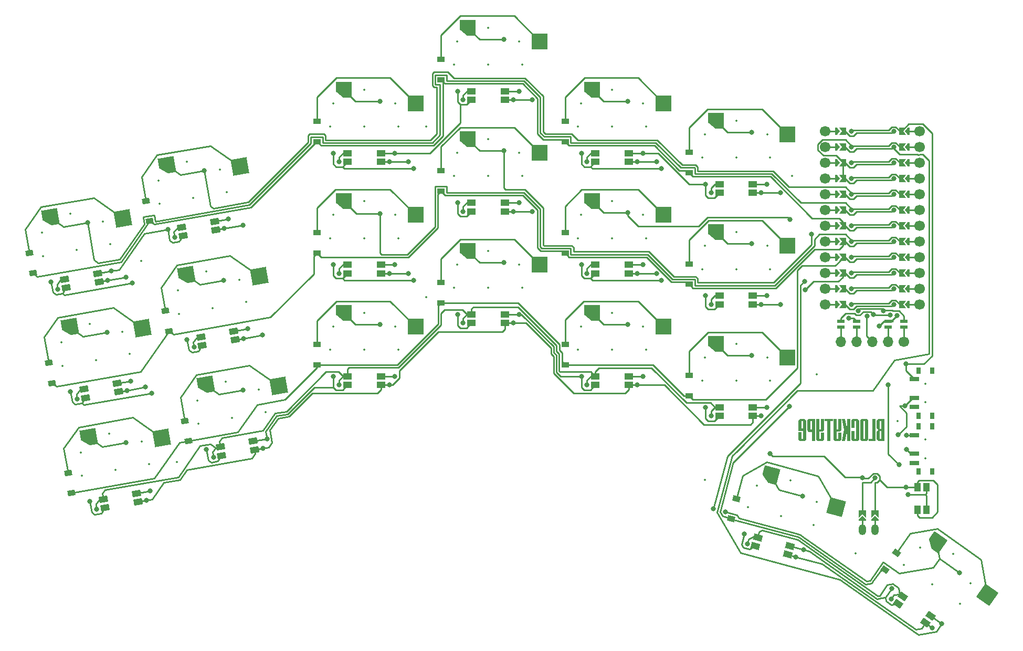
<source format=gbr>
%TF.GenerationSoftware,KiCad,Pcbnew,8.0.5*%
%TF.CreationDate,2024-10-12T16:26:50+02:00*%
%TF.ProjectId,BlockyTypeV0.2.3,426c6f63-6b79-4547-9970-6556302e322e,v1.0.0*%
%TF.SameCoordinates,Original*%
%TF.FileFunction,Copper,L2,Bot*%
%TF.FilePolarity,Positive*%
%FSLAX46Y46*%
G04 Gerber Fmt 4.6, Leading zero omitted, Abs format (unit mm)*
G04 Created by KiCad (PCBNEW 8.0.5) date 2024-10-12 16:26:50*
%MOMM*%
%LPD*%
G01*
G04 APERTURE LIST*
G04 Aperture macros list*
%AMRotRect*
0 Rectangle, with rotation*
0 The origin of the aperture is its center*
0 $1 length*
0 $2 width*
0 $3 Rotation angle, in degrees counterclockwise*
0 Add horizontal line*
21,1,$1,$2,0,0,$3*%
%AMFreePoly0*
4,1,6,1.300000,-1.300000,-0.050000,-1.300000,-1.300000,-0.250000,-1.300000,1.300000,1.300000,1.300000,1.300000,-1.300000,1.300000,-1.300000,$1*%
%AMFreePoly1*
4,1,6,0.600000,-1.000000,0.000000,-0.400000,-0.600000,-1.000000,-0.600000,0.250000,0.600000,0.250000,0.600000,-1.000000,0.600000,-1.000000,$1*%
%AMFreePoly2*
4,1,6,0.600000,-0.200000,0.600000,-0.400000,-0.600000,-0.400000,-0.600000,-0.200000,0.000000,0.400000,0.600000,-0.200000,0.600000,-0.200000,$1*%
%AMFreePoly3*
4,1,6,0.250000,0.000000,-0.250000,-0.625000,-0.500000,-0.625000,-0.500000,0.625000,-0.250000,0.625000,0.250000,0.000000,0.250000,0.000000,$1*%
%AMFreePoly4*
4,1,6,0.500000,-0.625000,-0.650000,-0.625000,-0.150000,0.000000,-0.650000,0.625000,0.500000,0.625000,0.500000,-0.625000,0.500000,-0.625000,$1*%
G04 Aperture macros list end*
%ADD10C,0.150000*%
%TA.AperFunction,NonConductor*%
%ADD11C,0.150000*%
%TD*%
%TA.AperFunction,SMDPad,CuDef*%
%ADD12RotRect,0.900000X1.200000X100.000000*%
%TD*%
%TA.AperFunction,SMDPad,CuDef*%
%ADD13R,1.200000X0.900000*%
%TD*%
%TA.AperFunction,ComponentPad*%
%ADD14O,1.700000X1.700000*%
%TD*%
%TA.AperFunction,ComponentPad*%
%ADD15C,1.700000*%
%TD*%
%TA.AperFunction,SMDPad,CuDef*%
%ADD16R,1.200000X0.600000*%
%TD*%
%TA.AperFunction,SMDPad,CuDef*%
%ADD17FreePoly0,0.000000*%
%TD*%
%TA.AperFunction,SMDPad,CuDef*%
%ADD18R,2.600000X2.600000*%
%TD*%
%TA.AperFunction,SMDPad,CuDef*%
%ADD19FreePoly1,0.000000*%
%TD*%
%TA.AperFunction,ComponentPad*%
%ADD20O,1.200000X1.750000*%
%TD*%
%TA.AperFunction,SMDPad,CuDef*%
%ADD21FreePoly2,0.000000*%
%TD*%
%TA.AperFunction,SMDPad,CuDef*%
%ADD22R,0.800000X1.000000*%
%TD*%
%TA.AperFunction,SMDPad,CuDef*%
%ADD23R,1.500000X0.700000*%
%TD*%
%TA.AperFunction,SMDPad,CuDef*%
%ADD24FreePoly0,345.000000*%
%TD*%
%TA.AperFunction,SMDPad,CuDef*%
%ADD25RotRect,2.600000X2.600000X345.000000*%
%TD*%
%TA.AperFunction,SMDPad,CuDef*%
%ADD26FreePoly0,10.000000*%
%TD*%
%TA.AperFunction,SMDPad,CuDef*%
%ADD27RotRect,2.600000X2.600000X10.000000*%
%TD*%
%TA.AperFunction,SMDPad,CuDef*%
%ADD28RotRect,0.900000X1.200000X55.000000*%
%TD*%
%TA.AperFunction,SMDPad,CuDef*%
%ADD29FreePoly0,325.000000*%
%TD*%
%TA.AperFunction,SMDPad,CuDef*%
%ADD30RotRect,2.600000X2.600000X325.000000*%
%TD*%
%TA.AperFunction,SMDPad,CuDef*%
%ADD31FreePoly3,180.000000*%
%TD*%
%TA.AperFunction,SMDPad,CuDef*%
%ADD32FreePoly3,0.000000*%
%TD*%
%TA.AperFunction,SMDPad,CuDef*%
%ADD33FreePoly4,0.000000*%
%TD*%
%TA.AperFunction,ComponentPad*%
%ADD34C,0.800000*%
%TD*%
%TA.AperFunction,SMDPad,CuDef*%
%ADD35FreePoly4,180.000000*%
%TD*%
%TA.AperFunction,SMDPad,CuDef*%
%ADD36R,1.050000X1.400000*%
%TD*%
%TA.AperFunction,SMDPad,CuDef*%
%ADD37RotRect,0.900000X1.200000X75.000000*%
%TD*%
%TA.AperFunction,SMDPad,CuDef*%
%ADD38RotRect,1.400000X1.000000X10.000000*%
%TD*%
%TA.AperFunction,SMDPad,CuDef*%
%ADD39R,1.400000X1.000000*%
%TD*%
%TA.AperFunction,SMDPad,CuDef*%
%ADD40RotRect,1.400000X1.000000X345.000000*%
%TD*%
%TA.AperFunction,SMDPad,CuDef*%
%ADD41RotRect,1.400000X1.000000X325.000000*%
%TD*%
%TA.AperFunction,ViaPad*%
%ADD42C,0.800000*%
%TD*%
%TA.AperFunction,Conductor*%
%ADD43C,0.250000*%
%TD*%
%ADD44C,0.350000*%
G04 APERTURE END LIST*
D10*
D11*
G36*
X118078546Y15631319D02*
G01*
X117074806Y15631319D01*
X116836766Y15958115D01*
X116836766Y16012337D01*
X117336487Y16012337D01*
X117579362Y16012337D01*
X117579362Y17225736D01*
X117336487Y17225736D01*
X117336487Y16012337D01*
X116836766Y16012337D01*
X116836766Y17118757D01*
X117079104Y17437494D01*
X116960935Y17600893D01*
X117336487Y17600893D01*
X117579362Y17600893D01*
X117579362Y18856790D01*
X117336487Y18856790D01*
X117336487Y17600893D01*
X116960935Y17600893D01*
X116849125Y17755499D01*
X116849125Y18906615D01*
X117086627Y19242205D01*
X118078546Y19242205D01*
X118078546Y15631319D01*
G37*
G36*
X115559523Y16006476D02*
G01*
X116126411Y16006476D01*
X116126411Y19242205D01*
X116625594Y19242205D01*
X116625594Y15623258D01*
X115559523Y15623258D01*
X115559523Y16006476D01*
G37*
G36*
X115447757Y18945450D02*
G01*
X115447757Y15877515D01*
X115268288Y15631319D01*
X114385448Y15631319D01*
X114205978Y15877515D01*
X114205978Y16016001D01*
X114705699Y16016001D01*
X114948574Y16016001D01*
X114948574Y18867048D01*
X114705699Y18867048D01*
X114705699Y16016001D01*
X114205978Y16016001D01*
X114205978Y18945450D01*
X114384373Y19242205D01*
X115269362Y19242205D01*
X115447757Y18945450D01*
G37*
G36*
X112749802Y17272630D02*
G01*
X113249523Y17272630D01*
X113249523Y16006476D01*
X113492398Y16006476D01*
X113492398Y18867048D01*
X113249523Y18867048D01*
X113249523Y17741577D01*
X112749802Y17741577D01*
X112749802Y18946915D01*
X112950765Y19242205D01*
X113794380Y19242205D01*
X113994806Y18946915D01*
X113994806Y15899497D01*
X113793843Y15631319D01*
X112951302Y15631319D01*
X112749802Y15899497D01*
X112749802Y17272630D01*
G37*
G36*
X111596145Y17505638D02*
G01*
X111224310Y19242205D01*
X111753584Y19242205D01*
X112057716Y17552533D01*
X112040521Y19242205D01*
X112539704Y19242205D01*
X112539704Y15631319D01*
X112040521Y15631319D01*
X112057716Y17430167D01*
X111753584Y15631319D01*
X111224847Y15631319D01*
X111596145Y17505638D01*
G37*
G36*
X109879362Y19242205D02*
G01*
X110379083Y19242205D01*
X110379083Y17553998D01*
X110621958Y17553998D01*
X110621958Y19242205D01*
X111121142Y19242205D01*
X111121142Y17398660D01*
X110928776Y17178841D01*
X110379083Y17178841D01*
X110379083Y16006476D01*
X110621958Y16006476D01*
X110621958Y16991263D01*
X111121142Y16991263D01*
X111121142Y15907557D01*
X110916955Y15631319D01*
X110089997Y15631319D01*
X109879362Y15906824D01*
X109879362Y19242205D01*
G37*
G36*
X108451128Y19242205D02*
G01*
X109763836Y19242205D01*
X109763836Y18867048D01*
X109353850Y18867048D01*
X109353850Y15631319D01*
X108854666Y15631319D01*
X108854666Y18867048D01*
X108451128Y18867048D01*
X108451128Y19242205D01*
G37*
G36*
X107093822Y19242205D02*
G01*
X107593542Y19242205D01*
X107593542Y17553998D01*
X107836418Y17553998D01*
X107836418Y19242205D01*
X108335601Y19242205D01*
X108335601Y17398660D01*
X108143235Y17178841D01*
X107593542Y17178841D01*
X107593542Y16006476D01*
X107836418Y16006476D01*
X107836418Y16991263D01*
X108335601Y16991263D01*
X108335601Y15907557D01*
X108131414Y15631319D01*
X107304457Y15631319D01*
X107093822Y15906824D01*
X107093822Y19242205D01*
G37*
G36*
X106882649Y15631319D02*
G01*
X106383466Y15631319D01*
X106383466Y17131947D01*
X105845057Y17131947D01*
X105640870Y17407452D01*
X105640870Y17521758D01*
X106140591Y17521758D01*
X106383466Y17521758D01*
X106383466Y18867048D01*
X106140591Y18867048D01*
X106140591Y17521758D01*
X105640870Y17521758D01*
X105640870Y18974026D01*
X105845057Y19242205D01*
X106882649Y19242205D01*
X106882649Y15631319D01*
G37*
G36*
X105464087Y18946915D02*
G01*
X105464087Y15906824D01*
X105247541Y15631319D01*
X104429718Y15631319D01*
X104222307Y15907557D01*
X104222307Y17131947D01*
X104722028Y17131947D01*
X104722028Y16006476D01*
X104964903Y16006476D01*
X104964903Y17272630D01*
X104222307Y17272630D01*
X104222307Y17663907D01*
X104722028Y17663907D01*
X104964903Y17663907D01*
X104964903Y18867048D01*
X104722028Y18867048D01*
X104722028Y17663907D01*
X104222307Y17663907D01*
X104222307Y18946915D01*
X104429181Y19242205D01*
X105247541Y19242205D01*
X105464087Y18946915D01*
G37*
D12*
%TO.P,D4,1*%
%TO.N,P6*%
X5795557Y15654037D03*
%TO.P,D4,2*%
%TO.N,pinky_down*%
X5222521Y18903903D03*
%TD*%
D13*
%TO.P,D15,1*%
%TO.N,P4*%
X66567881Y63926321D03*
%TO.P,D15,2*%
%TO.N,index_up*%
X66567885Y67226321D03*
%TD*%
D14*
%TO.P,DISP1,1*%
%TO.N,DISP1_1*%
X111087880Y31676318D03*
%TO.P,DISP1,2*%
%TO.N,DISP1_2*%
X113627880Y31676318D03*
%TO.P,DISP1,3*%
%TO.N,VCC*%
X116167887Y31676316D03*
%TO.P,DISP1,4*%
%TO.N,DISP1_4*%
X118707880Y31676318D03*
D15*
%TO.P,DISP1,5*%
%TO.N,DISP1_5*%
X121247879Y31676322D03*
D16*
%TO.P,DISP1,20*%
X121247880Y34026318D03*
%TO.P,DISP1,21*%
%TO.N,DISP1_4*%
X118707877Y34026317D03*
%TO.P,DISP1,22*%
%TO.N,DISP1_2*%
X113627880Y34026318D03*
%TO.P,DISP1,23*%
%TO.N,DISP1_1*%
X111087879Y34026317D03*
%TO.P,DISP1,24*%
%TO.N,P2*%
X121247880Y34926318D03*
%TO.P,DISP1,25*%
%TO.N,P3*%
X118707880Y34926318D03*
%TO.P,DISP1,26*%
%TO.N,GND*%
X113627880Y34926318D03*
%TO.P,DISP1,27*%
%TO.N,P1*%
X111087880Y34926318D03*
%TD*%
D17*
%TO.P,S16,1*%
%TO.N,P14*%
X90892879Y31326315D03*
D18*
%TO.P,S16,2*%
%TO.N,inner_down*%
X102442878Y29126318D03*
%TD*%
D13*
%TO.P,D13,1*%
%TO.N,P6*%
X66567880Y27926315D03*
%TO.P,D13,2*%
%TO.N,index_down*%
X66567884Y31226315D03*
%TD*%
%TO.P,D10,1*%
%TO.N,P6*%
X46567883Y37926322D03*
%TO.P,D10,2*%
%TO.N,middle_down*%
X46567887Y41226322D03*
%TD*%
%TO.P,D18,1*%
%TO.N,P4*%
X86567883Y58926323D03*
%TO.P,D18,2*%
%TO.N,inner_up*%
X86567887Y62226323D03*
%TD*%
D17*
%TO.P,S7,1*%
%TO.N,P18*%
X30892885Y36326328D03*
D18*
%TO.P,S7,2*%
%TO.N,ring_down*%
X42442884Y34126331D03*
%TD*%
D17*
%TO.P,S18,1*%
%TO.N,P14*%
X90892885Y67326317D03*
D18*
%TO.P,S18,2*%
%TO.N,inner_up*%
X102442884Y65126320D03*
%TD*%
D12*
%TO.P,D2,1*%
%TO.N,P5*%
X-16158022Y24983575D03*
%TO.P,D2,2*%
%TO.N,outer_home*%
X-16731058Y28233441D03*
%TD*%
D13*
%TO.P,D17,1*%
%TO.N,P5*%
X86567873Y40926313D03*
%TO.P,D17,2*%
%TO.N,inner_home*%
X86567877Y44226313D03*
%TD*%
%TO.P,D16,1*%
%TO.N,P6*%
X86567876Y22926327D03*
%TO.P,D16,2*%
%TO.N,inner_down*%
X86567880Y26226327D03*
%TD*%
D17*
%TO.P,S15,1*%
%TO.N,P15*%
X70892880Y72326325D03*
D18*
%TO.P,S15,2*%
%TO.N,index_up*%
X82442879Y70126328D03*
%TD*%
D12*
%TO.P,D5,1*%
%TO.N,P5*%
X2669893Y33380581D03*
%TO.P,D5,2*%
%TO.N,pinky_home*%
X2096857Y36630447D03*
%TD*%
D19*
%TO.P,JST1,1*%
%TO.N,BAT_P*%
X114567888Y4192330D03*
%TO.P,JST1,2*%
%TO.N,GND*%
X116567888Y4192330D03*
D20*
%TO.P,JST1,11*%
%TO.N,JST1_1*%
X116567887Y1376326D03*
%TO.P,JST1,12*%
%TO.N,JST1_2*%
X114567889Y1376334D03*
D21*
%TO.P,JST1,31*%
%TO.N,JST1_1*%
X116567887Y3176328D03*
%TO.P,JST1,32*%
%TO.N,JST1_2*%
X114567888Y3176330D03*
%TD*%
D22*
%TO.P,SW3,*%
%TO.N,*%
X123582881Y27026317D03*
X123582881Y19726315D03*
X125792878Y19726316D03*
X125792881Y27026315D03*
D23*
%TO.P,SW3,4*%
%TO.N,N/C*%
X122932881Y21126315D03*
%TO.P,SW3,5*%
%TO.N,BAT_P*%
X122932881Y22626315D03*
%TO.P,SW3,6*%
%TO.N,RAW*%
X122932878Y25626311D03*
%TD*%
D17*
%TO.P,S14,1*%
%TO.N,P15*%
X70892877Y54326317D03*
D18*
%TO.P,S14,2*%
%TO.N,index_home*%
X82442876Y52126320D03*
%TD*%
D12*
%TO.P,D1,1*%
%TO.N,P6*%
X-13032362Y7257030D03*
%TO.P,D1,2*%
%TO.N,outer_down*%
X-13605398Y10506896D03*
%TD*%
D24*
%TO.P,S19,1*%
%TO.N,P14*%
X99744599Y10129728D03*
D25*
%TO.P,S19,2*%
%TO.N,home_home*%
X110331640Y5015335D03*
%TD*%
D12*
%TO.P,D6,1*%
%TO.N,P4*%
X-455782Y51107116D03*
%TO.P,D6,2*%
%TO.N,pinky_up*%
X-1028818Y54356982D03*
%TD*%
D13*
%TO.P,D12,1*%
%TO.N,P4*%
X46567879Y73926321D03*
%TO.P,D12,2*%
%TO.N,middle_up*%
X46567883Y77226321D03*
%TD*%
D17*
%TO.P,S11,1*%
%TO.N,P19*%
X50892871Y64326320D03*
D18*
%TO.P,S11,2*%
%TO.N,middle_home*%
X62442870Y62126323D03*
%TD*%
D17*
%TO.P,S12,1*%
%TO.N,P19*%
X50892883Y82326321D03*
D18*
%TO.P,S12,2*%
%TO.N,middle_up*%
X62442882Y80126324D03*
%TD*%
D26*
%TO.P,S6,1*%
%TO.N,P21*%
X2344872Y60130523D03*
D27*
%TO.P,S6,2*%
%TO.N,pinky_up*%
X14101425Y59969584D03*
%TD*%
D26*
%TO.P,S2,1*%
%TO.N,P20*%
X-13357368Y34006984D03*
D27*
%TO.P,S2,2*%
%TO.N,outer_home*%
X-1600815Y33846045D03*
%TD*%
D28*
%TO.P,D20,1*%
%TO.N,P7*%
X118133382Y-5105822D03*
%TO.P,D20,2*%
%TO.N,innermost_home*%
X120026184Y-2402624D03*
%TD*%
D26*
%TO.P,S5,1*%
%TO.N,P21*%
X5470538Y42403981D03*
D27*
%TO.P,S5,2*%
%TO.N,pinky_home*%
X17227091Y42243042D03*
%TD*%
D13*
%TO.P,D14,1*%
%TO.N,P5*%
X66567876Y45926322D03*
%TO.P,D14,2*%
%TO.N,index_home*%
X66567880Y49226322D03*
%TD*%
D29*
%TO.P,S20,1*%
%TO.N,P16*%
X126494259Y-705660D03*
D30*
%TO.P,S20,2*%
%TO.N,innermost_home*%
X134693597Y-9132597D03*
%TD*%
D22*
%TO.P,SW1,*%
%TO.N,*%
X123582881Y18026332D03*
X123582881Y10726330D03*
X125792878Y10726331D03*
X125792881Y18026330D03*
D23*
%TO.P,SW1,4*%
%TO.N,N/C*%
X122932881Y12126330D03*
%TO.P,SW1,5*%
%TO.N,VCC_LED*%
X122932881Y13626330D03*
%TO.P,SW1,6*%
%TO.N,VCC*%
X122932878Y16626326D03*
%TD*%
D17*
%TO.P,S9,1*%
%TO.N,P18*%
X30892882Y72326322D03*
D18*
%TO.P,S9,2*%
%TO.N,ring_up*%
X42442881Y70126325D03*
%TD*%
D12*
%TO.P,D3,1*%
%TO.N,P4*%
X-19283696Y42710112D03*
%TO.P,D3,2*%
%TO.N,outer_up*%
X-19856732Y45959978D03*
%TD*%
D13*
%TO.P,D8,1*%
%TO.N,P5*%
X26567881Y45926313D03*
%TO.P,D8,2*%
%TO.N,ring_home*%
X26567885Y49226313D03*
%TD*%
D31*
%TO.P,MCU1,1*%
%TO.N,MCU1_1*%
X121667877Y65576327D03*
D15*
X123787881Y65576328D03*
D31*
%TO.P,MCU1,2*%
%TO.N,MCU1_2*%
X121667884Y63036332D03*
D15*
X123787881Y63036328D03*
D31*
%TO.P,MCU1,3*%
%TO.N,MCU1_3*%
X121667881Y60496328D03*
D15*
X123787879Y60496323D03*
D31*
%TO.P,MCU1,4*%
%TO.N,MCU1_4*%
X121667881Y57956328D03*
D15*
X123787881Y57956328D03*
D31*
%TO.P,MCU1,5*%
%TO.N,MCU1_5*%
X121667883Y55416328D03*
D15*
X123787881Y55416328D03*
D31*
%TO.P,MCU1,6*%
%TO.N,MCU1_6*%
X121667881Y52876328D03*
D15*
X123787881Y52876328D03*
D31*
%TO.P,MCU1,7*%
%TO.N,MCU1_7*%
X121667881Y50336328D03*
D15*
X123787876Y50336330D03*
D31*
%TO.P,MCU1,8*%
%TO.N,MCU1_8*%
X121667881Y47796328D03*
D15*
X123787881Y47796328D03*
D31*
%TO.P,MCU1,9*%
%TO.N,MCU1_9*%
X121667881Y45256328D03*
D15*
X123787876Y45256330D03*
D31*
%TO.P,MCU1,10*%
%TO.N,MCU1_10*%
X121667881Y42716328D03*
D15*
X123787881Y42716329D03*
D31*
%TO.P,MCU1,11*%
%TO.N,MCU1_11*%
X121667881Y40176328D03*
D15*
X123787878Y40176326D03*
D31*
%TO.P,MCU1,12*%
%TO.N,MCU1_12*%
X121667879Y37636328D03*
D15*
X123787881Y37636328D03*
%TO.P,MCU1,13*%
%TO.N,MCU1_13*%
X108547881Y37636328D03*
D32*
X110667881Y37636328D03*
D15*
%TO.P,MCU1,14*%
%TO.N,MCU1_14*%
X108547881Y40176328D03*
D32*
X110667885Y40176329D03*
D15*
%TO.P,MCU1,15*%
%TO.N,MCU1_15*%
X108547881Y42716328D03*
D32*
X110667878Y42716324D03*
D15*
%TO.P,MCU1,16*%
%TO.N,MCU1_16*%
X108547883Y45256333D03*
D32*
X110667881Y45256328D03*
D15*
%TO.P,MCU1,17*%
%TO.N,MCU1_17*%
X108547881Y47796328D03*
D32*
X110667881Y47796328D03*
D15*
%TO.P,MCU1,18*%
%TO.N,MCU1_18*%
X108547881Y50336328D03*
D32*
X110667879Y50336328D03*
D15*
%TO.P,MCU1,19*%
%TO.N,MCU1_19*%
X108547881Y52876328D03*
D32*
X110667881Y52876328D03*
D15*
%TO.P,MCU1,20*%
%TO.N,MCU1_20*%
X108547886Y55416326D03*
D32*
X110667881Y55416328D03*
D15*
%TO.P,MCU1,21*%
%TO.N,MCU1_21*%
X108547881Y57956328D03*
D32*
X110667881Y57956328D03*
D15*
%TO.P,MCU1,22*%
%TO.N,MCU1_22*%
X108547886Y60496326D03*
D32*
X110667881Y60496328D03*
D15*
%TO.P,MCU1,23*%
%TO.N,MCU1_23*%
X108547881Y63036327D03*
D32*
X110667881Y63036328D03*
D15*
%TO.P,MCU1,24*%
%TO.N,MCU1_24*%
X108547884Y65576330D03*
D32*
X110667881Y65576328D03*
D33*
%TO.P,MCU1,101*%
%TO.N,P1*%
X111392881Y65576328D03*
D34*
X119567881Y65576328D03*
D33*
%TO.P,MCU1,102*%
%TO.N,P0*%
X111392881Y63036328D03*
D34*
X119567882Y63036328D03*
D33*
%TO.P,MCU1,103*%
%TO.N,GND*%
X111392881Y60496328D03*
D34*
X119567881Y60496328D03*
D33*
%TO.P,MCU1,104*%
X111392878Y57956328D03*
D34*
X119567881Y57956328D03*
D33*
%TO.P,MCU1,105*%
%TO.N,P2*%
X111392881Y55416328D03*
D34*
X119567877Y55416330D03*
D33*
%TO.P,MCU1,106*%
%TO.N,P3*%
X111392881Y52876328D03*
D34*
X119567886Y52876327D03*
D33*
%TO.P,MCU1,107*%
%TO.N,P4*%
X111392881Y50336328D03*
D34*
X119567881Y50336328D03*
D33*
%TO.P,MCU1,108*%
%TO.N,P5*%
X111392878Y47796328D03*
D34*
X119567880Y47796330D03*
D33*
%TO.P,MCU1,109*%
%TO.N,P6*%
X111392881Y45256328D03*
D34*
X119567881Y45256328D03*
D33*
%TO.P,MCU1,110*%
%TO.N,P7*%
X111392881Y42716328D03*
D34*
X119567874Y42716329D03*
D33*
%TO.P,MCU1,111*%
%TO.N,P8*%
X111392881Y40176328D03*
D34*
X119567882Y40176331D03*
D33*
%TO.P,MCU1,112*%
%TO.N,P9*%
X111392882Y37636327D03*
D34*
X119567879Y37636328D03*
%TO.P,MCU1,113*%
%TO.N,P10*%
X112767883Y37636328D03*
D35*
X120942881Y37636328D03*
D34*
%TO.P,MCU1,114*%
%TO.N,P16*%
X112767881Y40176328D03*
D35*
X120942881Y40176328D03*
D34*
%TO.P,MCU1,115*%
%TO.N,P14*%
X112767880Y42716328D03*
D35*
X120942881Y42716328D03*
D34*
%TO.P,MCU1,116*%
%TO.N,P15*%
X112767881Y45256328D03*
D35*
X120942881Y45256328D03*
D34*
%TO.P,MCU1,117*%
%TO.N,P18*%
X112767881Y47796328D03*
D35*
X120942884Y47796328D03*
D34*
%TO.P,MCU1,118*%
%TO.N,P19*%
X112767885Y50336326D03*
D35*
X120942881Y50336328D03*
D34*
%TO.P,MCU1,119*%
%TO.N,P20*%
X112767876Y52876329D03*
D35*
X120942881Y52876328D03*
D34*
%TO.P,MCU1,120*%
%TO.N,P21*%
X112767881Y55416328D03*
D35*
X120942881Y55416328D03*
D34*
%TO.P,MCU1,121*%
%TO.N,VCC*%
X112767882Y57956326D03*
D35*
X120942884Y57956328D03*
D34*
%TO.P,MCU1,122*%
%TO.N,RST*%
X112767881Y60496328D03*
D35*
X120942881Y60496328D03*
D34*
%TO.P,MCU1,123*%
%TO.N,GND*%
X112767888Y63036327D03*
D35*
X120942881Y63036328D03*
D34*
%TO.P,MCU1,124*%
%TO.N,RAW*%
X112767880Y65576325D03*
D35*
X120942881Y65576328D03*
%TD*%
D26*
%TO.P,S1,1*%
%TO.N,P20*%
X-10231702Y16280447D03*
D27*
%TO.P,S1,2*%
%TO.N,outer_down*%
X1524851Y16119508D03*
%TD*%
D26*
%TO.P,S3,1*%
%TO.N,P20*%
X-16483042Y51733529D03*
D27*
%TO.P,S3,2*%
%TO.N,outer_up*%
X-4726489Y51572590D03*
%TD*%
D13*
%TO.P,D11,1*%
%TO.N,P5*%
X46567879Y55926313D03*
%TO.P,D11,2*%
%TO.N,middle_home*%
X46567883Y59226313D03*
%TD*%
D17*
%TO.P,S8,1*%
%TO.N,P18*%
X30892876Y54326318D03*
D18*
%TO.P,S8,2*%
%TO.N,ring_home*%
X42442875Y52126321D03*
%TD*%
D36*
%TO.P,SW2,1*%
%TO.N,GND*%
X123447880Y8176314D03*
X123447880Y4576314D03*
%TO.P,SW2,2*%
%TO.N,RST*%
X124887884Y8176314D03*
X124887884Y4576314D03*
%TD*%
D17*
%TO.P,S10,1*%
%TO.N,P19*%
X50892888Y46326334D03*
D18*
%TO.P,S10,2*%
%TO.N,middle_down*%
X62442887Y44126337D03*
%TD*%
D37*
%TO.P,D19,1*%
%TO.N,P7*%
X93392890Y3135342D03*
%TO.P,D19,2*%
%TO.N,home_home*%
X94246990Y6322898D03*
%TD*%
D17*
%TO.P,S13,1*%
%TO.N,P15*%
X70892883Y36326321D03*
D18*
%TO.P,S13,2*%
%TO.N,index_down*%
X82442882Y34126324D03*
%TD*%
D17*
%TO.P,S17,1*%
%TO.N,P14*%
X90892884Y49326315D03*
D18*
%TO.P,S17,2*%
%TO.N,inner_home*%
X102442883Y47126318D03*
%TD*%
D26*
%TO.P,S4,1*%
%TO.N,P21*%
X8596197Y24677449D03*
D27*
%TO.P,S4,2*%
%TO.N,pinky_down*%
X20352750Y24516510D03*
%TD*%
D13*
%TO.P,D9,1*%
%TO.N,P4*%
X26567867Y63926325D03*
%TO.P,D9,2*%
%TO.N,ring_up*%
X26567871Y67226325D03*
%TD*%
%TO.P,D7,1*%
%TO.N,P6*%
X26567874Y27926319D03*
%TO.P,D7,2*%
%TO.N,ring_down*%
X26567878Y31226319D03*
%TD*%
D38*
%TO.P,LED1,1*%
%TO.N,VCC_LED*%
X-2324481Y5844978D03*
%TO.P,LED1,2*%
%TO.N,led_20*%
X-2567589Y7223709D03*
%TO.P,LED1,3*%
%TO.N,GND*%
X-7885551Y6286008D03*
%TO.P,LED1,4*%
%TO.N,led_x*%
X-7642443Y4907277D03*
%TD*%
%TO.P,LED3,1*%
%TO.N,VCC_LED*%
X-8575816Y41298065D03*
%TO.P,LED3,2*%
%TO.N,led_18*%
X-8818924Y42676796D03*
%TO.P,LED3,3*%
%TO.N,GND*%
X-14136886Y41739095D03*
%TO.P,LED3,4*%
%TO.N,led_19*%
X-13893778Y40360364D03*
%TD*%
D39*
%TO.P,LED8,1*%
%TO.N,VCC_LED*%
X36867886Y42676316D03*
%TO.P,LED8,2*%
%TO.N,led_13*%
X36867886Y44076316D03*
%TO.P,LED8,3*%
%TO.N,GND*%
X31467886Y44076316D03*
%TO.P,LED8,4*%
%TO.N,led_14*%
X31467886Y42676316D03*
%TD*%
%TO.P,LED14,1*%
%TO.N,VCC_LED*%
X76867885Y42676316D03*
%TO.P,LED14,2*%
%TO.N,led_7*%
X76867885Y44076316D03*
%TO.P,LED14,3*%
%TO.N,GND*%
X71467885Y44076316D03*
%TO.P,LED14,4*%
%TO.N,led_8*%
X71467885Y42676316D03*
%TD*%
%TO.P,LED16,1*%
%TO.N,VCC_LED*%
X96867877Y19676326D03*
%TO.P,LED16,2*%
%TO.N,led_3*%
X96867877Y21076326D03*
%TO.P,LED16,3*%
%TO.N,GND*%
X91467877Y21076326D03*
%TO.P,LED16,4*%
%TO.N,led_4*%
X91467877Y19676326D03*
%TD*%
%TO.P,LED12,1*%
%TO.N,VCC_LED*%
X56867877Y70676330D03*
%TO.P,LED12,2*%
%TO.N,led_11*%
X56867877Y72076330D03*
%TO.P,LED12,3*%
%TO.N,GND*%
X51467877Y72076330D03*
%TO.P,LED12,4*%
%TO.N,led_12*%
X51467877Y70676330D03*
%TD*%
%TO.P,LED15,1*%
%TO.N,VCC_LED*%
X76867884Y60676324D03*
%TO.P,LED15,2*%
%TO.N,led_6*%
X76867884Y62076324D03*
%TO.P,LED15,3*%
%TO.N,GND*%
X71467884Y62076324D03*
%TO.P,LED15,4*%
%TO.N,led_7*%
X71467884Y60676324D03*
%TD*%
D40*
%TO.P,LED19,1*%
%TO.N,VCC_LED*%
X102500768Y-2669750D03*
%TO.P,LED19,2*%
%TO.N,led_2*%
X102863115Y-1317453D03*
%TO.P,LED19,3*%
%TO.N,GND*%
X97647116Y80170D03*
%TO.P,LED19,4*%
%TO.N,led_3*%
X97284769Y-1272127D03*
%TD*%
D39*
%TO.P,LED10,1*%
%TO.N,VCC_LED*%
X56867880Y34676325D03*
%TO.P,LED10,2*%
%TO.N,led_9*%
X56867880Y36076325D03*
%TO.P,LED10,3*%
%TO.N,GND*%
X51467880Y36076325D03*
%TO.P,LED10,4*%
%TO.N,led_10*%
X51467880Y34676325D03*
%TD*%
%TO.P,LED9,1*%
%TO.N,VCC_LED*%
X36867885Y60676324D03*
%TO.P,LED9,2*%
%TO.N,led_12*%
X36867885Y62076324D03*
%TO.P,LED9,3*%
%TO.N,GND*%
X31467885Y62076324D03*
%TO.P,LED9,4*%
%TO.N,led_13*%
X31467885Y60676324D03*
%TD*%
D41*
%TO.P,LED20,1*%
%TO.N,VCC_LED*%
X124706524Y-13675899D03*
%TO.P,LED20,2*%
%TO.N,P0*%
X125509531Y-12529086D03*
%TO.P,LED20,3*%
%TO.N,GND*%
X121086110Y-9431773D03*
%TO.P,LED20,4*%
%TO.N,led_2*%
X120283103Y-10578586D03*
%TD*%
D38*
%TO.P,LED5,1*%
%TO.N,VCC_LED*%
X13377764Y31968526D03*
%TO.P,LED5,2*%
%TO.N,led_16*%
X13134656Y33347257D03*
%TO.P,LED5,3*%
%TO.N,GND*%
X7816694Y32409556D03*
%TO.P,LED5,4*%
%TO.N,led_17*%
X8059802Y31030825D03*
%TD*%
%TO.P,LED6,1*%
%TO.N,VCC_LED*%
X10252109Y49695074D03*
%TO.P,LED6,2*%
%TO.N,led_17*%
X10009001Y51073805D03*
%TO.P,LED6,3*%
%TO.N,GND*%
X4691039Y50136104D03*
%TO.P,LED6,4*%
%TO.N,led_18*%
X4934147Y48757373D03*
%TD*%
D39*
%TO.P,LED7,1*%
%TO.N,VCC_LED*%
X36867894Y24676315D03*
%TO.P,LED7,2*%
%TO.N,led_14*%
X36867894Y26076315D03*
%TO.P,LED7,3*%
%TO.N,GND*%
X31467894Y26076315D03*
%TO.P,LED7,4*%
%TO.N,led_15*%
X31467894Y24676315D03*
%TD*%
%TO.P,LED11,1*%
%TO.N,VCC_LED*%
X56867885Y52676314D03*
%TO.P,LED11,2*%
%TO.N,led_10*%
X56867885Y54076314D03*
%TO.P,LED11,3*%
%TO.N,GND*%
X51467885Y54076314D03*
%TO.P,LED11,4*%
%TO.N,led_11*%
X51467885Y52676314D03*
%TD*%
D38*
%TO.P,LED2,1*%
%TO.N,VCC_LED*%
X-5450152Y23571536D03*
%TO.P,LED2,2*%
%TO.N,led_19*%
X-5693260Y24950267D03*
%TO.P,LED2,3*%
%TO.N,GND*%
X-11011222Y24012566D03*
%TO.P,LED2,4*%
%TO.N,led_20*%
X-10768114Y22633835D03*
%TD*%
D39*
%TO.P,LED13,1*%
%TO.N,VCC_LED*%
X76867879Y24676322D03*
%TO.P,LED13,2*%
%TO.N,led_8*%
X76867879Y26076322D03*
%TO.P,LED13,3*%
%TO.N,GND*%
X71467879Y26076322D03*
%TO.P,LED13,4*%
%TO.N,led_9*%
X71467879Y24676322D03*
%TD*%
%TO.P,LED17,1*%
%TO.N,VCC_LED*%
X96867891Y37676325D03*
%TO.P,LED17,2*%
%TO.N,led_4*%
X96867891Y39076325D03*
%TO.P,LED17,3*%
%TO.N,GND*%
X91467891Y39076325D03*
%TO.P,LED17,4*%
%TO.N,led_5*%
X91467891Y37676325D03*
%TD*%
D38*
%TO.P,LED4,1*%
%TO.N,VCC_LED*%
X16503431Y14241986D03*
%TO.P,LED4,2*%
%TO.N,led_15*%
X16260323Y15620717D03*
%TO.P,LED4,3*%
%TO.N,GND*%
X10942361Y14683016D03*
%TO.P,LED4,4*%
%TO.N,led_16*%
X11185469Y13304285D03*
%TD*%
D39*
%TO.P,LED18,1*%
%TO.N,VCC_LED*%
X96867886Y55676322D03*
%TO.P,LED18,2*%
%TO.N,led_5*%
X96867886Y57076322D03*
%TO.P,LED18,3*%
%TO.N,GND*%
X91467886Y57076322D03*
%TO.P,LED18,4*%
%TO.N,led_6*%
X91467886Y55676322D03*
%TD*%
D42*
%TO.N,P20*%
X-4222633Y15436089D03*
X-7348313Y33162620D03*
X-10473978Y50889157D03*
%TO.N,outer_down*%
X-13605397Y10506899D03*
%TO.N,outer_home*%
X-16731065Y28233434D03*
%TO.N,outer_up*%
X-19856721Y45959983D03*
%TO.N,P21*%
X11479607Y41559633D03*
X8353931Y59286166D03*
X14605281Y23833087D03*
%TO.N,pinky_down*%
X5222518Y18903905D03*
%TO.N,pinky_home*%
X2096856Y36630435D03*
%TO.N,pinky_up*%
X-1028812Y54356975D03*
%TO.N,P18*%
X36726746Y52289538D03*
X36688522Y70451325D03*
X36688525Y34451318D03*
%TO.N,ring_down*%
X26567875Y31226322D03*
%TO.N,ring_home*%
X26567875Y49226326D03*
%TO.N,ring_up*%
X26567888Y67226323D03*
%TO.N,P19*%
X56688530Y44451331D03*
X56688526Y80451313D03*
X106326743Y48989541D03*
X56688523Y62451318D03*
%TO.N,middle_down*%
X46567885Y41226323D03*
%TO.N,middle_home*%
X46567886Y59226319D03*
%TO.N,middle_up*%
X46567885Y77226321D03*
%TO.N,P15*%
X102872325Y51374709D03*
X76688533Y52451313D03*
X76688518Y70451325D03*
X76688525Y34451322D03*
%TO.N,index_down*%
X66567870Y31226322D03*
%TO.N,index_home*%
X66567887Y49226332D03*
%TO.N,index_up*%
X66567887Y67226323D03*
%TO.N,P14*%
X104912216Y6790379D03*
X96688523Y29451328D03*
X96688528Y65451316D03*
X96688521Y47451328D03*
%TO.N,inner_down*%
X86567882Y26226321D03*
%TO.N,inner_home*%
X86567888Y44226309D03*
%TO.N,inner_up*%
X86567875Y62226320D03*
%TO.N,home_home*%
X94246986Y6322896D03*
%TO.N,P16*%
X92423280Y4198903D03*
X105229840Y41351326D03*
X90509466Y4711707D03*
X130174130Y-5571279D03*
%TO.N,innermost_home*%
X120026190Y-2402613D03*
%TO.N,P6*%
X26567885Y27926318D03*
X-13032356Y7257028D03*
X5795554Y15654038D03*
X66567882Y27926322D03*
X46567887Y37926323D03*
X86567890Y22926322D03*
%TO.N,P5*%
X2669895Y33380574D03*
X86567885Y40926317D03*
X26567885Y45926316D03*
X-16158022Y24983572D03*
X66567878Y45926315D03*
X46567879Y55926319D03*
%TO.N,P4*%
X66567878Y63926323D03*
X-455782Y51107109D03*
X46567876Y73926318D03*
X26567878Y63926326D03*
X-19283678Y42710112D03*
X86567881Y58926324D03*
%TO.N,P7*%
X105270726Y40009636D03*
X93392897Y3135347D03*
X118133387Y-5105816D03*
X102763528Y21258313D03*
%TO.N,VCC_LED*%
X61313526Y70676314D03*
X101313521Y37676317D03*
X125820572Y-14455961D03*
X78227893Y24676324D03*
X-985153Y6081153D03*
X11591435Y49931230D03*
X61313522Y52676330D03*
X58227880Y70676323D03*
X78227888Y42676329D03*
X14717108Y32204687D03*
X103814427Y-3021742D03*
X17842767Y14478151D03*
X81313523Y42676322D03*
X58227876Y52676319D03*
X-4110817Y23807690D03*
X14606083Y50462788D03*
X-1093652Y24342823D03*
X98227888Y19676319D03*
X98227880Y55676326D03*
X81313526Y60676319D03*
X121639781Y14320894D03*
X38227881Y24676324D03*
X78227884Y60676315D03*
X98227880Y37676324D03*
X38227884Y42676312D03*
X101313529Y55676322D03*
X41313524Y60676315D03*
X41313524Y42676327D03*
X-4221824Y42065792D03*
X38227877Y60676323D03*
X17731756Y32736252D03*
X58227878Y34676318D03*
X-7236483Y41534224D03*
%TO.N,led_20*%
X-351775Y7614421D03*
X-114796Y23398471D03*
X-13227037Y23621860D03*
%TO.N,GND*%
X90107884Y19676312D03*
X-8981776Y4671129D03*
X-12107451Y22397662D03*
X70107881Y24676324D03*
X50107884Y52676326D03*
X30107880Y60676321D03*
X6720461Y30794664D03*
X99637373Y13598275D03*
X121568523Y8176316D03*
X112326740Y35489551D03*
X50107883Y34676317D03*
X-15233125Y40124200D03*
X90107871Y37676327D03*
X114567888Y9693613D03*
X30107880Y24676324D03*
X30107884Y42676329D03*
X119169056Y-9798535D03*
X95971100Y-920137D03*
X90107880Y55676312D03*
X50107892Y70676316D03*
X70107886Y60676318D03*
X3594798Y48521200D03*
X9846136Y13068124D03*
X70107881Y42676312D03*
%TO.N,led_x*%
X-10101370Y5895317D03*
%TO.N,led_19*%
X-3240461Y41124999D03*
X-16352702Y41348386D03*
X-3477436Y25340961D03*
%TO.N,led_18*%
X-6603105Y43067502D03*
X2475210Y49745405D03*
%TO.N,led_15*%
X18476147Y16011421D03*
X29217892Y26076326D03*
%TO.N,led_16*%
X15350469Y33737957D03*
X8726550Y14292314D03*
%TO.N,led_17*%
X12224799Y51464496D03*
X5600885Y32018853D03*
%TO.N,led_14*%
X29217873Y44076322D03*
X42126742Y41589538D03*
X39117882Y26076319D03*
%TO.N,led_13*%
X29217883Y62076312D03*
X39117879Y44076319D03*
X42126746Y59589540D03*
%TO.N,led_12*%
X39117871Y62076320D03*
X49217876Y72076323D03*
%TO.N,led_9*%
X59117871Y36076321D03*
X69217881Y26076322D03*
%TO.N,led_10*%
X59117880Y54076315D03*
X49217880Y36076325D03*
%TO.N,led_11*%
X49217886Y54076321D03*
X59117880Y72076323D03*
%TO.N,led_8*%
X79117877Y26076327D03*
X69217877Y44076315D03*
X82126744Y41589544D03*
%TO.N,led_7*%
X79117891Y44076321D03*
X69217881Y62076320D03*
X82126746Y59589536D03*
%TO.N,led_6*%
X89217882Y57076319D03*
X79117877Y62076320D03*
%TO.N,led_3*%
X99117881Y21076321D03*
X95473774Y662509D03*
%TO.N,led_4*%
X99117888Y39076313D03*
X89217879Y21076327D03*
%TO.N,led_5*%
X89217887Y39076330D03*
X99117876Y57076308D03*
%TO.N,led_2*%
X119243022Y-8141223D03*
X105036447Y-1899794D03*
%TO.N,P0*%
X127352628Y-13819634D03*
%TO.N,VCC*%
X121611770Y16626324D03*
X115274922Y35781328D03*
%TO.N,RST*%
X121852840Y6991998D03*
X120434977Y11812057D03*
X118692882Y24695269D03*
%TO.N,BAT_P*%
X116567883Y9693621D03*
X121352844Y21292002D03*
X120311763Y16637494D03*
%TO.N,RAW*%
X121552841Y28091998D03*
%TO.N,P1*%
X119026747Y35989546D03*
X116326752Y36089535D03*
%TO.N,P2*%
X117926752Y36681328D03*
X113845118Y36662948D03*
%TO.N,P3*%
X120139405Y35902200D03*
X117226749Y34189531D03*
%TD*%
D43*
%TO.N,P20*%
X99912010Y58739550D02*
X104600228Y54051320D01*
X62576752Y65375938D02*
X63213139Y64739546D01*
X45154559Y63739543D02*
X46388674Y64973655D01*
X118762576Y53096319D02*
X112987878Y53096326D01*
X46388674Y64973655D02*
X46388672Y73151314D01*
X67492889Y64701317D02*
X67492884Y63739536D01*
X320588Y52030962D02*
X489361Y51073820D01*
X59912580Y73739537D02*
X62576746Y71075360D01*
X119267578Y53601317D02*
X118762576Y53096319D01*
X67492884Y63739536D02*
X81202673Y63739539D01*
X25538532Y63631732D02*
X25538531Y64701315D01*
X-11185266Y32486063D02*
X-7348313Y33162620D01*
X-1501298Y51709714D02*
X-1437954Y51800184D01*
X-1437954Y51800184D02*
X230120Y52094304D01*
X230120Y52094304D02*
X320588Y52030962D01*
X120593190Y52876325D02*
X119868181Y53601330D01*
X45642884Y74701321D02*
X47492891Y74701324D01*
X67454662Y64739540D02*
X67492889Y64701317D01*
X63213139Y64739546D02*
X67454662Y64739540D01*
X-10473978Y50889157D02*
X-9407109Y44838677D01*
X62576746Y71075360D02*
X62576752Y65375938D01*
X-16483046Y51733530D02*
X-14310947Y50212605D01*
X45642882Y73151324D02*
X45642884Y74701321D01*
X87492877Y58739543D02*
X99912010Y58739550D01*
X104600228Y54051320D02*
X111809571Y54051317D01*
X-13357380Y34006993D02*
X-11185266Y32486063D01*
X112767885Y53093009D02*
X112767887Y52876314D01*
X-8737416Y44369766D02*
X-5298037Y44976212D01*
X25538531Y64701315D02*
X27492891Y64701325D01*
X27492891Y64701325D02*
X27492882Y63739545D01*
X-8059599Y14759524D02*
X-4222633Y15436089D01*
X85202682Y59739536D02*
X87454651Y59739537D01*
X489361Y51073820D02*
X15654666Y53747882D01*
X27492882Y63739545D02*
X45154559Y63739543D01*
X81202673Y63739539D02*
X85202682Y59739536D01*
X-10231704Y16280449D02*
X-8059599Y14759524D01*
X47492886Y73739541D02*
X59912580Y73739537D01*
X-1316612Y50662284D02*
X-1501298Y51709714D01*
X87454651Y59739537D02*
X87492880Y59701322D01*
X46388672Y73151314D02*
X45642882Y73151324D01*
X111809571Y54051317D02*
X112767885Y53093009D01*
X15654666Y53747882D02*
X25538532Y63631732D01*
X-9407109Y44838677D02*
X-8737416Y44369766D01*
X47492891Y74701324D02*
X47492886Y73739541D01*
X-5298037Y44976212D02*
X-1316612Y50662284D01*
X120942877Y52876317D02*
X120593190Y52876325D01*
X-14310947Y50212605D02*
X-10473978Y50889157D01*
X87492880Y59701322D02*
X87492877Y58739543D01*
X119868181Y53601330D02*
X119267578Y53601317D01*
%TO.N,outer_down*%
X-14305000Y14474546D02*
X-13605397Y10506899D01*
X-11915196Y17887527D02*
X-14305000Y14474546D01*
X1524857Y16119512D02*
X-3195852Y19424982D01*
X-3195852Y19424982D02*
X-11915196Y17887527D01*
%TO.N,outer_home*%
X-15237833Y35579337D02*
X-17465405Y32398042D01*
X-1600821Y33846044D02*
X-6321531Y37151533D01*
X-6321531Y37151533D02*
X-15237833Y35579337D01*
X-17465405Y32398042D02*
X-16731065Y28233434D01*
%TO.N,outer_up*%
X-17982222Y53373108D02*
X-20523830Y49743301D01*
X-20523830Y49743301D02*
X-19856721Y45959983D01*
X-9447195Y54878073D02*
X-17982222Y53373108D01*
X-4726488Y51572584D02*
X-9447195Y54878073D01*
%TO.N,P21*%
X120942881Y55416319D02*
X120593183Y55416319D01*
X118762570Y55636312D02*
X112987879Y55636332D01*
X87942881Y59189544D02*
X87942887Y59887717D01*
X87942887Y59887717D02*
X87641063Y60189542D01*
X120593183Y55416319D02*
X119868184Y56141320D01*
X68641058Y64189541D02*
X67641057Y65189547D01*
X25088531Y63818142D02*
X15436785Y54166404D01*
X27679273Y65151322D02*
X25352124Y65151322D01*
X112767881Y55633000D02*
X111809566Y56591315D01*
X27942884Y64887720D02*
X27942874Y64887710D01*
X27942874Y64887710D02*
X27679273Y65151322D01*
X63026749Y71261765D02*
X60098964Y74189538D01*
X102696624Y56591320D02*
X100098407Y59189544D01*
X44888681Y64189546D02*
X27942886Y64189546D01*
X87641063Y60189542D02*
X85452680Y60189536D01*
X5470547Y42403988D02*
X7642640Y40883070D01*
X45192891Y74887710D02*
X45192880Y72964932D01*
X7642640Y40883070D02*
X11479607Y41559633D01*
X25088523Y64887718D02*
X25088531Y63818142D01*
X2344872Y60130527D02*
X4516982Y58609598D01*
X45888678Y65189531D02*
X44888681Y64189546D01*
X45192880Y72964932D02*
X45456485Y72701329D01*
X67641057Y65189547D02*
X63399542Y65189542D01*
X112767883Y55416328D02*
X112767881Y55633000D01*
X15436785Y54166404D02*
X15379556Y54156303D01*
X48641067Y74189542D02*
X47679282Y75151314D01*
X4516982Y58609598D02*
X8353931Y59286166D01*
X9368713Y53531137D02*
X8353931Y59286166D01*
X45456480Y75151325D02*
X45192891Y74887710D01*
X15379556Y54156320D02*
X9864634Y53183883D01*
X9864634Y53183883D02*
X9368713Y53531137D01*
X15379556Y54156303D02*
X15379556Y54156320D01*
X111809566Y56591315D02*
X102696624Y56591320D01*
X63026748Y65562339D02*
X63026749Y71261765D01*
X119267578Y56141327D02*
X118762570Y55636312D01*
X63399542Y65189542D02*
X63026748Y65562339D01*
X119868184Y56141320D02*
X119267578Y56141327D01*
X60098964Y74189538D02*
X48641067Y74189542D01*
X25352124Y65151322D02*
X25088523Y64887718D01*
X81452680Y64189532D02*
X68641058Y64189541D01*
X45888676Y72701325D02*
X45888678Y65189531D01*
X47679282Y75151314D02*
X45456480Y75151325D01*
X27942886Y64189546D02*
X27942884Y64887720D01*
X45456485Y72701329D02*
X45888676Y72701325D01*
X100098407Y59189544D02*
X87942881Y59189544D01*
X8596209Y24677454D02*
X10768317Y23156524D01*
X85452680Y60189536D02*
X81452680Y64189532D01*
X10768317Y23156524D02*
X14605281Y23833087D01*
%TO.N,pinky_down*%
X7097030Y26317026D02*
X4555417Y22687232D01*
X20352766Y24516505D02*
X15632058Y27821981D01*
X15632058Y27821981D02*
X7097030Y26317026D01*
X4555417Y22687232D02*
X5222518Y18903905D01*
%TO.N,pinky_home*%
X12506387Y45548533D02*
X3971365Y44043582D01*
X3971365Y44043582D02*
X1429756Y40413771D01*
X1429756Y40413771D02*
X2096856Y36630435D01*
X17227085Y42243059D02*
X12506387Y45548533D01*
%TO.N,pinky_up*%
X-1711049Y58226146D02*
X-1028812Y54356975D01*
X14101428Y59969579D02*
X9380723Y63275060D01*
X759858Y61754967D02*
X-1711049Y58226146D01*
X9380723Y63275060D02*
X759858Y61754967D01*
%TO.N,P18*%
X30892871Y72326328D02*
X32767876Y70451327D01*
X41126746Y45739542D02*
X45576737Y50189536D01*
X47492889Y56701318D02*
X47492870Y55739544D01*
X87454669Y41739541D02*
X87492880Y41701316D01*
X62576740Y53074803D02*
X62576750Y46975931D01*
X118762582Y48016320D02*
X112987874Y48016315D01*
X83913136Y41739541D02*
X87454669Y41739541D01*
X62813132Y46739542D02*
X67454665Y46739539D01*
X32767891Y34451325D02*
X36688525Y34451318D01*
X120942878Y47796326D02*
X120593191Y47796319D01*
X67492883Y45739546D02*
X79913133Y45739538D01*
X30892882Y54326315D02*
X32929667Y52289540D01*
X36976743Y45739546D02*
X41126746Y45739542D01*
X87492878Y40739539D02*
X100376753Y40739544D01*
X45642888Y56701326D02*
X47492889Y56701318D01*
X32929667Y52289540D02*
X36726746Y52289538D01*
X106826749Y48189544D02*
X107608529Y48971321D01*
X30892874Y36326320D02*
X32767891Y34451325D01*
X36726746Y52289538D02*
X36726748Y45989547D01*
X36726748Y45989547D02*
X36976743Y45739546D01*
X106826744Y47189539D02*
X106826749Y48189544D01*
X67454665Y46739539D02*
X67492882Y46701317D01*
X32767876Y70451327D02*
X36688522Y70451325D01*
X119267577Y48521324D02*
X118762582Y48016320D01*
X107608529Y48971321D02*
X111809574Y48971312D01*
X45576737Y50189536D02*
X45576747Y56635187D01*
X112767893Y48013012D02*
X112767885Y47796315D01*
X62576750Y46975931D02*
X62813132Y46739542D01*
X47492870Y55739544D02*
X59911999Y55739536D01*
X100376753Y40739544D02*
X106826744Y47189539D01*
X119868191Y48521325D02*
X119267577Y48521324D01*
X111809574Y48971312D02*
X112767893Y48013012D01*
X79913133Y45739538D02*
X83913136Y41739541D01*
X59911999Y55739536D02*
X62576740Y53074803D01*
X120593191Y47796319D02*
X119868191Y48521325D01*
X45576747Y56635187D02*
X45642888Y56701326D01*
X87492880Y41701316D02*
X87492878Y40739539D01*
X67492882Y46701317D02*
X67492883Y45739546D01*
%TO.N,ring_down*%
X38367879Y38201323D02*
X29701192Y38201325D01*
X29701192Y38201325D02*
X26567894Y35068016D01*
X26567894Y35068016D02*
X26567875Y31226322D01*
X42442879Y34126317D02*
X38367879Y38201323D01*
%TO.N,ring_home*%
X42442873Y52126319D02*
X38367887Y56201322D01*
X29538523Y56201323D02*
X26567882Y53230684D01*
X38367887Y56201322D02*
X29538523Y56201323D01*
X26567882Y53230684D02*
X26567875Y49226326D01*
%TO.N,ring_up*%
X26567877Y71068014D02*
X26567888Y67226323D01*
X38367884Y74201315D02*
X29701186Y74201320D01*
X42442885Y70126318D02*
X38367884Y74201315D01*
X29701186Y74201320D02*
X26567877Y71068014D01*
%TO.N,P19*%
X52767884Y44451323D02*
X56688530Y44451331D01*
X56926749Y56189542D02*
X56688521Y56427763D01*
X52767882Y80451324D02*
X56688526Y80451313D01*
X63026747Y53261200D02*
X60098406Y56189549D01*
X120942887Y50336309D02*
X120593189Y50336311D01*
X63026744Y47289540D02*
X63026747Y53261200D01*
X106326743Y48989541D02*
X106326741Y47325937D01*
X50892885Y64326327D02*
X52767883Y62451315D01*
X120593189Y50336311D02*
X119868194Y51061328D01*
X67641054Y47189535D02*
X63126746Y47189541D01*
X87942877Y41887719D02*
X87641064Y42189544D01*
X52767883Y62451315D02*
X56688523Y62451318D01*
X119267575Y51061328D02*
X118762577Y50556320D01*
X106326741Y47325937D02*
X100190340Y41189550D01*
X84099544Y42189545D02*
X80099540Y46189546D01*
X56688521Y56427763D02*
X56688523Y62451318D01*
X87942887Y41189549D02*
X87942877Y41887719D01*
X50892883Y82326329D02*
X52767882Y80451324D01*
X60098406Y56189549D02*
X56926749Y56189542D01*
X100190340Y41189550D02*
X87942887Y41189549D01*
X50892891Y46326320D02*
X52767884Y44451323D01*
X67942873Y46189532D02*
X67942882Y46887721D01*
X119868194Y51061328D02*
X119267575Y51061328D01*
X67942882Y46887721D02*
X67641054Y47189535D01*
X118762577Y50556320D02*
X112987876Y50556329D01*
X87641064Y42189544D02*
X84099544Y42189545D01*
X80099540Y46189546D02*
X67942873Y46189532D01*
X63126746Y47189541D02*
X63026744Y47289540D01*
%TO.N,middle_down*%
X49701186Y48201324D02*
X46567880Y45068014D01*
X62442882Y44126315D02*
X58367886Y48201319D01*
X58367886Y48201319D02*
X49701186Y48201324D01*
X46567880Y45068014D02*
X46567885Y41226323D01*
%TO.N,middle_home*%
X62442890Y62126321D02*
X58367886Y66201317D01*
X46567878Y63130675D02*
X46567886Y59226319D01*
X49638533Y66201318D02*
X46567878Y63130675D01*
X58367886Y66201317D02*
X49638533Y66201318D01*
%TO.N,middle_up*%
X49701192Y84201320D02*
X46567875Y81068007D01*
X58367880Y84201331D02*
X49701192Y84201320D01*
X62442879Y80126314D02*
X58367880Y84201331D01*
X46567875Y81068007D02*
X46567885Y77226321D01*
%TO.N,P15*%
X72767880Y70451320D02*
X76688518Y70451325D01*
X88114791Y50251322D02*
X78391225Y50251322D01*
X120942880Y45256324D02*
X120593191Y45256320D01*
X118762577Y45476323D02*
X112987883Y45476329D01*
X120593191Y45256320D02*
X119868194Y45981327D01*
X102522324Y51724709D02*
X89588180Y51724707D01*
X76688534Y51954014D02*
X76688533Y52451313D01*
X70892885Y36326317D02*
X72767885Y34451327D01*
X72767885Y34451327D02*
X76688525Y34451322D01*
X70892883Y54326326D02*
X72767887Y52451319D01*
X89588180Y51724707D02*
X88114791Y50251322D01*
X119868194Y45981327D02*
X119267572Y45981330D01*
X70892892Y72326325D02*
X72767880Y70451320D01*
X102872325Y51374709D02*
X102522324Y51724709D01*
X119267572Y45981330D02*
X118762577Y45476323D01*
X72767887Y52451319D02*
X76688533Y52451313D01*
X78391225Y50251322D02*
X76688534Y51954014D01*
%TO.N,index_down*%
X82442885Y34126318D02*
X78367888Y38201319D01*
X78367888Y38201319D02*
X69538522Y38201320D01*
X66567890Y35230677D02*
X66567870Y31226322D01*
X69538522Y38201320D02*
X66567890Y35230677D01*
%TO.N,index_home*%
X82442887Y52126321D02*
X78367872Y56201328D01*
X78367872Y56201328D02*
X69238522Y56201327D01*
X69238522Y56201327D02*
X66567874Y53530672D01*
X66567874Y53530672D02*
X66567887Y49226332D01*
%TO.N,index_up*%
X69701202Y74201334D02*
X66567882Y71068022D01*
X78367887Y74201322D02*
X69701202Y74201334D01*
X66567882Y71068022D02*
X66567887Y67226323D01*
X82442885Y70126328D02*
X78367887Y74201322D01*
%TO.N,P14*%
X119868187Y43441321D02*
X119267575Y43441331D01*
X120942884Y42716326D02*
X120593183Y42716318D01*
X99744600Y10129732D02*
X101079676Y7817301D01*
X92767881Y47451318D02*
X96688521Y47451328D01*
X119267575Y43441331D02*
X118762573Y42936321D01*
X90892878Y31326324D02*
X92767879Y29451321D01*
X92767879Y29451321D02*
X96688523Y29451328D01*
X118762573Y42936321D02*
X112987884Y42936322D01*
X90892890Y49326314D02*
X92767881Y47451318D01*
X92767884Y65451321D02*
X96688528Y65451316D01*
X90892882Y67326316D02*
X92767884Y65451321D01*
X120593183Y42716318D02*
X119868187Y43441321D01*
X101079676Y7817301D02*
X104912216Y6790379D01*
%TO.N,inner_down*%
X98367872Y33201317D02*
X89638527Y33201325D01*
X89638527Y33201325D02*
X86567886Y30130681D01*
X102442884Y29126313D02*
X98367872Y33201317D01*
X86567886Y30130681D02*
X86567882Y26226321D01*
%TO.N,inner_home*%
X98367889Y51201320D02*
X89701190Y51201318D01*
X89701190Y51201318D02*
X86567879Y48068016D01*
X86567879Y48068016D02*
X86567888Y44226309D01*
X102442877Y47126319D02*
X98367889Y51201320D01*
%TO.N,inner_up*%
X89538529Y69201307D02*
X86567882Y66230670D01*
X98367885Y69201321D02*
X89538529Y69201307D01*
X102442886Y65126314D02*
X98367885Y69201321D01*
X86567882Y66230670D02*
X86567875Y62226320D01*
%TO.N,home_home*%
X110331646Y5015337D02*
X107450179Y10006168D01*
X95241296Y10033689D02*
X94246986Y6322896D01*
X107450179Y10006168D02*
X99078804Y12249281D01*
X99078804Y12249281D02*
X95241296Y10033689D01*
%TO.N,P16*%
X115787511Y-6843396D02*
X117820184Y-3940419D01*
X104606664Y462011D02*
X104578089Y511506D01*
X92423280Y4198903D02*
X94325039Y3689327D01*
X94619091Y3180015D02*
X103178806Y886446D01*
X92784964Y13203979D02*
X92792558Y13208364D01*
X126954721Y-3317021D02*
X130174130Y-5571279D01*
X104625494Y456966D02*
X104606664Y462011D01*
X119868192Y40901314D02*
X119267579Y40901322D01*
X104648115Y417770D02*
X104648123Y417771D01*
X117820184Y-3940419D02*
X117954517Y-3916740D01*
X126494262Y-705657D02*
X126954721Y-3317021D01*
X105171532Y41351327D02*
X105229840Y41351326D01*
X104648123Y417771D02*
X104625494Y456966D01*
X115172911Y-6951763D02*
X115787511Y-6843396D01*
X90509466Y4711707D02*
X92784964Y13203979D01*
X120480514Y-5685450D02*
X125974666Y-4716688D01*
X104545726Y40725521D02*
X105171532Y41351327D01*
X104578089Y511506D02*
X104098529Y640003D01*
X104648123Y417771D02*
X115172911Y-6951763D01*
X117954517Y-3916740D02*
X120480514Y-5685450D01*
X119267579Y40901322D02*
X118762580Y40396325D01*
X118762580Y40396325D02*
X112987877Y40396321D01*
X92792558Y13208364D02*
X104545728Y24961532D01*
X120593186Y40176327D02*
X119868192Y40901314D01*
X104545728Y24961532D02*
X104545726Y40725521D01*
X103178806Y886446D02*
X104098528Y639997D01*
X125974666Y-4716688D02*
X126954721Y-3317021D01*
X120942885Y40176316D02*
X120593186Y40176327D01*
X94325039Y3689327D02*
X94619091Y3180015D01*
%TO.N,innermost_home*%
X133692883Y-3457228D02*
X126593542Y1513777D01*
X126593542Y1513777D02*
X122229698Y744315D01*
X122229698Y744315D02*
X120026190Y-2402613D01*
X134693609Y-9132597D02*
X133692883Y-3457228D01*
%TO.N,P6*%
X104067885Y43157890D02*
X104801318Y43891328D01*
X66567871Y27926327D02*
X80715892Y27926316D01*
X111742578Y45256333D02*
X112467566Y44531314D01*
X111392890Y45139676D02*
X111392874Y45256320D01*
X112467566Y44531314D02*
X113068190Y44531331D01*
X58952290Y37926316D02*
X46567887Y37926323D01*
X86567890Y22926322D02*
X87176744Y22317468D01*
X-13032356Y7257028D02*
X325606Y9612414D01*
X325606Y9612414D02*
X4381403Y15404688D01*
X111392883Y45256325D02*
X111742578Y45256333D01*
X5795554Y15654038D02*
X13777412Y17061462D01*
X65642882Y31235733D02*
X58952290Y37926316D01*
X104067873Y27460590D02*
X104067885Y43157890D01*
X46088682Y37447114D02*
X46567887Y37926323D01*
X66074761Y29867451D02*
X65642887Y30299331D01*
X13777412Y17061462D02*
X16902900Y21525094D01*
X80715892Y27926316D02*
X85715891Y22926317D01*
X46088677Y34522116D02*
X46088682Y37447114D01*
X66567871Y27926327D02*
X66074758Y28419446D01*
X98924764Y22317455D02*
X104067873Y27460590D01*
X85715891Y22926317D02*
X86567876Y22926314D01*
X26567885Y27926318D02*
X39492876Y27926326D01*
X26567875Y27926318D02*
X26567882Y27486201D01*
X4381403Y15404688D02*
X5795554Y15654038D01*
X113563188Y45026318D02*
X119337891Y45026315D01*
X65642887Y30299331D02*
X65642882Y31235733D01*
X104801318Y43891328D02*
X110144538Y43891319D01*
X87176744Y22317468D02*
X98924764Y22317455D01*
X113068190Y44531331D02*
X113563188Y45026318D01*
X26567882Y27486201D02*
X21399685Y22318003D01*
X110144538Y43891319D02*
X111392890Y45139676D01*
X66074758Y28419446D02*
X66074761Y29867451D01*
X39492876Y27926326D02*
X46088677Y34522116D01*
X16902900Y21525094D02*
X21399685Y22318003D01*
%TO.N,P5*%
X111392879Y47796318D02*
X111742577Y47796315D01*
X62126747Y52888411D02*
X62126745Y46789544D01*
X41313145Y45289543D02*
X46026741Y50003144D01*
X-1910661Y26838881D02*
X2669895Y33380574D01*
X106863138Y46589533D02*
X110816100Y46589534D01*
X112467578Y47071332D02*
X113068186Y47071318D01*
X87204666Y40289541D02*
X100563145Y40289535D01*
X46026741Y50003144D02*
X46026751Y55385180D01*
X46567879Y55926319D02*
X47204662Y55289533D01*
X62126745Y46789544D02*
X62626737Y46289542D01*
X66204661Y46289548D02*
X66567878Y45926315D01*
X47204662Y55289533D02*
X59725611Y55289540D01*
X19055427Y35612900D02*
X3419305Y32855844D01*
X113068186Y47071318D02*
X113563180Y47566319D01*
X62626737Y46289542D02*
X66204661Y46289548D01*
X-15408610Y24458831D02*
X-1910661Y26838881D01*
X26567885Y45926316D02*
X27204673Y45289534D01*
X59725611Y55289540D02*
X62126747Y52888411D01*
X113563180Y47566319D02*
X119337888Y47566328D01*
X26567876Y45926326D02*
X26046577Y45405013D01*
X26046577Y45405013D02*
X26046580Y42604053D01*
X86204662Y41289552D02*
X86567885Y40926317D01*
X79726742Y45289543D02*
X83726738Y41289535D01*
X100563145Y40289535D02*
X106863138Y46589533D01*
X67204663Y45289541D02*
X79726742Y45289543D01*
X-16158022Y24983572D02*
X-15408610Y24458831D01*
X110816100Y46589534D02*
X111392878Y47166315D01*
X111392878Y47166315D02*
X111392879Y47796318D01*
X86567885Y40926317D02*
X87204666Y40289541D01*
X66567878Y45926315D02*
X67204663Y45289541D01*
X26046580Y42604053D02*
X19055427Y35612900D01*
X46026751Y55385180D02*
X46567879Y55926319D01*
X111742577Y47796315D02*
X112467578Y47071332D01*
X27204673Y45289534D02*
X41313145Y45289543D01*
X3419305Y32855844D02*
X2669895Y33380574D01*
X83726738Y41289535D02*
X86204662Y41289552D01*
%TO.N,P4*%
X62126738Y65189541D02*
X63026737Y64289537D01*
X26567884Y63926326D02*
X26516642Y63926320D01*
X111392887Y50966322D02*
X111392885Y50336330D01*
X66567878Y63926323D02*
X67204668Y63289541D01*
X45340949Y63289543D02*
X46888677Y64837253D01*
X293633Y50582372D02*
X15929769Y53339442D01*
X106425616Y51589545D02*
X110769666Y51589537D01*
X86204665Y59289538D02*
X86567881Y58926324D01*
X113068185Y49611324D02*
X113563191Y50106317D01*
X85016279Y59289533D02*
X86204665Y59289538D01*
X26567878Y63926326D02*
X27204669Y63289541D01*
X112467579Y49611326D02*
X113068185Y49611324D01*
X81016284Y63289539D02*
X85016279Y59289533D01*
X86567881Y58926324D02*
X87204662Y58289536D01*
X63026737Y64289537D02*
X66204657Y64289537D01*
X27204669Y63289541D02*
X45340949Y63289543D01*
X111742578Y50336325D02*
X112467579Y49611326D01*
X46567876Y73926318D02*
X47204657Y73289538D01*
X-19283678Y42710112D02*
X-18534275Y42185372D01*
X110769666Y51589537D02*
X111392887Y50966322D01*
X46888677Y64837253D02*
X46888674Y73605518D01*
X67204668Y63289541D02*
X81016284Y63289539D01*
X111392885Y50336330D02*
X111742578Y50336325D01*
X46888674Y73605518D02*
X46567876Y73926318D01*
X99725608Y58289544D02*
X106425616Y51589545D01*
X-455782Y51107109D02*
X293633Y50582372D01*
X113563191Y50106317D02*
X119337877Y50106322D01*
X-5036320Y44565422D02*
X-455782Y51107109D01*
X26516642Y63926320D02*
X15929769Y53339442D01*
X87204662Y58289536D02*
X99725608Y58289544D01*
X59726168Y73289544D02*
X62126747Y70888971D01*
X-18534275Y42185372D02*
X-5036320Y44565422D01*
X62126747Y70888971D02*
X62126738Y65189541D01*
X47204657Y73289538D02*
X59726168Y73289544D01*
X66204657Y64289537D02*
X66567878Y63926323D01*
%TO.N,P7*%
X110657880Y41351331D02*
X111392880Y42086330D01*
X102763528Y21258313D02*
X102763529Y21243324D01*
X93392892Y3135348D02*
X93456185Y3025737D01*
X111392880Y42086330D02*
X111392882Y42716331D01*
X105270726Y40009636D02*
X106612422Y41351331D01*
X116263036Y-6948811D02*
X116049211Y-7254192D01*
X91981880Y3513426D02*
X91587754Y4196075D01*
X106612422Y41351331D02*
X110657880Y41351331D01*
X93456185Y3025737D02*
X104281576Y125082D01*
X112467580Y41991319D02*
X113068189Y41991318D01*
X104390012Y49155D02*
X104390007Y49154D01*
X102763529Y21243324D02*
X93760006Y12239800D01*
X115067481Y-7427290D02*
X104390012Y49155D01*
X111742570Y42716317D02*
X112467580Y41991319D01*
X104281576Y125082D02*
X104308277Y106386D01*
X93392897Y3135347D02*
X91981880Y3513426D01*
X111392881Y42716327D02*
X111742570Y42716317D01*
X113563187Y42486324D02*
X119337883Y42486322D01*
X118133387Y-5105816D02*
X117471842Y-5222474D01*
X113068189Y41991318D02*
X113563187Y42486324D01*
X117471842Y-5222474D02*
X116263036Y-6948811D01*
X91587754Y4196075D02*
X93739962Y12228226D01*
X116049211Y-7254192D02*
X115067481Y-7427290D01*
X93739962Y12228226D02*
X93760006Y12239800D01*
%TO.N,VCC_LED*%
X123176851Y-14753583D02*
X108037551Y-4152932D01*
X82629507Y24676323D02*
X78227893Y24676324D01*
X13377757Y31968527D02*
X14717108Y32204687D01*
X5561550Y10995727D02*
X16063145Y12847446D01*
X16611305Y13630274D02*
X16503436Y14241992D01*
X56867886Y70676317D02*
X58227880Y70676323D01*
X-2324475Y5844987D02*
X-985153Y6081153D01*
X122334358Y13626322D02*
X122932888Y13626320D01*
X-5450152Y23571521D02*
X-4110817Y23807690D01*
X64724753Y29308268D02*
X64292879Y29740147D01*
X121639781Y14320894D02*
X122334358Y13626322D01*
X67951972Y23317458D02*
X64724756Y26544661D01*
X38227877Y60676323D02*
X41313524Y60676315D01*
X-38585Y6248053D02*
X1867635Y8970423D01*
X18789326Y14645054D02*
X17842767Y14478151D01*
X36867885Y60676326D02*
X38227877Y60676323D01*
X46113013Y33273654D02*
X56488687Y33273658D01*
X88988364Y18317453D02*
X82629507Y24676323D01*
X39865671Y27026325D02*
X46113013Y33273654D01*
X4463977Y9428226D02*
X5561550Y10995727D01*
X36867888Y42676329D02*
X38227884Y42676312D01*
X76867881Y42676315D02*
X78227888Y42676329D01*
X96524760Y18317456D02*
X88988364Y18317453D01*
X16063145Y12847446D02*
X16611305Y13630274D01*
X64292879Y29740147D02*
X64292885Y30676549D01*
X96867881Y55676326D02*
X98227880Y55676326D01*
X64724756Y26544661D02*
X64724753Y29308268D01*
X60293110Y34676334D02*
X58227878Y34676318D01*
X76867873Y24676317D02*
X76867891Y23926318D01*
X-985153Y6081153D02*
X-38585Y6248053D01*
X17734261Y32739834D02*
X17731756Y32736252D01*
X1867635Y8970423D02*
X4463977Y9428226D01*
X39865676Y25798802D02*
X39865671Y27026325D01*
X-4108299Y23811271D02*
X-1093652Y24342823D01*
X-7236483Y41534224D02*
X-4221824Y42065792D01*
X124706523Y-13675904D02*
X124061096Y-14597668D01*
X36290277Y23348708D02*
X25836309Y23348709D01*
X36867881Y24676318D02*
X36867884Y23926326D01*
X76867870Y24676315D02*
X78227893Y24676324D01*
X56867889Y33652863D02*
X56867884Y34676318D01*
X64292885Y30676549D02*
X60293110Y34676334D01*
X96867882Y18660579D02*
X96524760Y18317456D01*
X56867889Y34676326D02*
X58227878Y34676318D01*
X10252104Y49695080D02*
X11591435Y49931230D01*
X14717108Y32204687D02*
X17734261Y32739834D01*
X102500769Y-2669749D02*
X103814427Y-3021742D01*
X19319697Y15402506D02*
X18789326Y14645054D01*
X108037078Y-4153189D02*
X103814427Y-3021742D01*
X96867893Y19676318D02*
X98227888Y19676319D01*
X36867884Y23926326D02*
X36290277Y23348708D01*
X56867886Y52676319D02*
X58227876Y52676319D01*
X56488687Y33273658D02*
X56867889Y33652863D01*
X78227884Y60676315D02*
X81313526Y60676319D01*
X124061096Y-14597668D02*
X123176851Y-14753583D01*
X98227880Y37676324D02*
X101313521Y37676317D01*
X38227884Y42676312D02*
X41313524Y42676327D01*
X98227880Y55676326D02*
X101313529Y55676322D01*
X22082858Y19595261D02*
X20283409Y19277972D01*
X36867875Y24676327D02*
X38227881Y24676324D01*
X25836309Y23348709D02*
X22082858Y19595261D01*
X96867883Y37676320D02*
X98227880Y37676324D01*
X20283409Y19277972D02*
X18967672Y17398916D01*
X11591435Y49931230D02*
X14606083Y50462788D01*
X18967672Y17398916D02*
X19319697Y15402506D01*
X-8575820Y41298063D02*
X-7236483Y41534224D01*
X-4110817Y23807690D02*
X-4108299Y23811271D01*
X108037551Y-4152932D02*
X108037078Y-4153189D01*
X58227876Y52676319D02*
X61313522Y52676330D01*
X76867891Y23926318D02*
X76259026Y23317455D01*
X78227888Y42676329D02*
X81313523Y42676322D01*
X38743182Y24676318D02*
X39865676Y25798802D01*
X76259026Y23317455D02*
X67951972Y23317458D01*
X96867888Y19676319D02*
X96867882Y18660579D01*
X124706527Y-13675901D02*
X125820572Y-14455961D01*
X76867878Y60676323D02*
X78227884Y60676315D01*
X58227880Y70676323D02*
X61313526Y70676314D01*
X16503438Y14241996D02*
X17842767Y14478151D01*
X38227881Y24676324D02*
X38743182Y24676318D01*
%TO.N,led_20*%
X-12921414Y21888586D02*
X-13227037Y23621860D01*
X-11039595Y21472125D02*
X-114796Y23398471D01*
X-11400926Y21725141D02*
X-11039595Y21472125D01*
X-351775Y7614421D02*
X-2567586Y7223726D01*
X-12433008Y21543149D02*
X-12921414Y21888586D01*
X-11400926Y21725141D02*
X-12433008Y21543149D01*
X-10768101Y22633815D02*
X-11400926Y21725141D01*
%TO.N,GND*%
X116567884Y8968607D02*
X116868186Y8968613D01*
X71467883Y44076326D02*
X70767876Y44076328D01*
X113064663Y35489539D02*
X113627886Y34926325D01*
X111392887Y57956316D02*
X111742574Y57956320D01*
X50767877Y36076320D02*
X50107888Y35482236D01*
X116868184Y10418610D02*
X116267574Y10418611D01*
X70767886Y62076314D02*
X70107880Y61482227D01*
X71467879Y26076321D02*
X70742888Y26801322D01*
X71467878Y26076309D02*
X70767891Y26076316D01*
X31467887Y62076326D02*
X30767885Y62076324D01*
X119868180Y63761323D02*
X119267581Y63761320D01*
X-7885553Y6286020D02*
X-8574913Y6164460D01*
X117296805Y-9291157D02*
X117015621Y-9340742D01*
X21631131Y20429493D02*
X28002958Y26801323D01*
X46538679Y36223663D02*
X47116338Y36801330D01*
X119631318Y-9138360D02*
X119169056Y-9798535D01*
X97647110Y80171D02*
X96970972Y261356D01*
X114463225Y9798273D02*
X111737375Y9798278D01*
X112767888Y63036327D02*
X112767886Y63253012D01*
X112326740Y35489551D02*
X113064663Y35489539D01*
X7127341Y32288011D02*
X6580530Y31588335D01*
X65740901Y26801316D02*
X65624768Y26917452D01*
X100037373Y13198274D02*
X99637373Y13598275D01*
X31691340Y27476326D02*
X39679278Y27476320D01*
X50767891Y54076320D02*
X50107875Y53482240D01*
X123652841Y9291991D02*
X123447888Y9087043D01*
X112767886Y63253012D02*
X111809572Y64211329D01*
X11212490Y16152246D02*
X17810709Y17315683D01*
X30767879Y26076312D02*
X30107884Y25482237D01*
X121086110Y-9431773D02*
X120512702Y-9030271D01*
X-8038156Y7151508D02*
X-7615423Y7755245D01*
X51467888Y72076324D02*
X50767885Y72076316D01*
X111392881Y60613019D02*
X111392881Y60496329D01*
X28002958Y26801323D02*
X30042887Y26801318D01*
X107372881Y63523028D02*
X107372881Y62549626D01*
X117015621Y-9340742D02*
X104088472Y-289056D01*
X9706188Y13861794D02*
X9846136Y13068124D01*
X30767879Y44076320D02*
X30107885Y43482230D01*
X97888264Y980156D02*
X98352142Y1247989D01*
X50107885Y71482236D02*
X50107892Y70676316D01*
X-11700587Y23891011D02*
X-12247384Y23191335D01*
X120512702Y-9030271D02*
X120334659Y-8020546D01*
X96970972Y261356D02*
X96179693Y-141668D01*
X90042891Y21801317D02*
X90767885Y21076329D01*
X112467574Y57231327D02*
X113068193Y57231319D01*
X-14136886Y41739102D02*
X-14826247Y41617544D01*
X111742574Y57956320D02*
X112467574Y57231327D01*
X90767885Y21076329D02*
X90107878Y20482236D01*
X113068193Y57231319D02*
X113563187Y57726322D01*
X31467884Y27252865D02*
X31691340Y27476326D01*
X125752850Y3292000D02*
X126652840Y4191989D01*
X4202269Y9839038D02*
X7710536Y14849339D01*
X51467885Y36076320D02*
X50767877Y36076320D01*
X3454856Y49314889D02*
X3594798Y48521200D01*
X120942883Y63036327D02*
X120593194Y63036328D01*
X10942364Y14683031D02*
X10789755Y15548519D01*
X7816699Y32409561D02*
X7127341Y32288011D01*
X123447879Y3596947D02*
X123752838Y3291995D01*
X114624004Y9637491D02*
X114567888Y9693613D01*
X90767881Y57076318D02*
X90107874Y56482236D01*
X70742888Y26801322D02*
X65740901Y26801316D01*
X17810709Y17315683D02*
X19760000Y20099567D01*
X50107888Y35482236D02*
X50107883Y34676317D01*
X123447888Y9087043D02*
X123447885Y8176318D01*
X90107887Y38482234D02*
X90107871Y37676327D01*
X10252997Y14561464D02*
X9706188Y13861794D01*
X116567876Y4192318D02*
X116567884Y8968607D01*
X7710536Y14849339D02*
X9413118Y15149560D01*
X47116338Y36801330D02*
X50042884Y36801315D01*
X108061180Y64211329D02*
X107372881Y63523028D01*
X58968564Y37273657D02*
X51788682Y37273663D01*
X65624768Y26917452D02*
X65624759Y29681057D01*
X126652840Y4191989D02*
X126652840Y8591998D01*
X-11011205Y24012551D02*
X-11700587Y23891011D01*
X90107878Y20482236D02*
X90107884Y19676312D01*
X120334659Y-8020546D02*
X119412866Y-7375093D01*
X111392880Y57956332D02*
X111392878Y57956328D01*
X108251180Y61671327D02*
X110334574Y61671328D01*
X115486455Y9637493D02*
X114624004Y9637491D01*
X111742581Y60496320D02*
X112467580Y59771323D01*
X80524763Y27417461D02*
X86140898Y21801317D01*
X31467882Y44076314D02*
X30767879Y44076320D01*
X30042887Y26801318D02*
X30767879Y26076312D01*
X-8574913Y6164460D02*
X-9121730Y5464808D01*
X120512702Y-9030271D02*
X119631318Y-9138360D01*
X65624759Y29681057D02*
X65192886Y30112937D01*
X98352142Y1247989D02*
X104074563Y-285327D01*
X70107886Y43482235D02*
X70107881Y42676312D01*
X51467881Y54076311D02*
X50767891Y54076320D01*
X70767876Y44076328D02*
X70107886Y43482235D01*
X123447873Y4576317D02*
X123447879Y3596947D01*
X90107874Y56482236D02*
X90107880Y55676312D01*
X4691030Y50136095D02*
X4001670Y50014550D01*
X97647105Y80178D02*
X97888264Y980156D01*
X107372881Y62549626D02*
X108251180Y61671327D01*
X91467886Y21076319D02*
X90767885Y21076329D01*
X50767885Y72076316D02*
X50107885Y71482236D01*
X-14826247Y41617544D02*
X-15373062Y40917879D01*
X31467886Y26076324D02*
X31467884Y27252865D01*
X112467580Y59771323D02*
X113068191Y59771322D01*
X116267574Y10418611D02*
X115486455Y9637493D01*
X111809572Y64211329D02*
X108061180Y64211329D01*
X-7615423Y7755245D02*
X4202269Y9839038D01*
X121568523Y8176316D02*
X118509875Y8176311D01*
X116868186Y8968613D02*
X117292877Y9393317D01*
X126652840Y8591998D02*
X125952841Y9292001D01*
X50107875Y53482240D02*
X50107884Y52676326D01*
X31467873Y26076328D02*
X30767879Y26076312D01*
X30767885Y62076324D02*
X30107875Y61482231D01*
X123752838Y3291995D02*
X125752850Y3292000D01*
X10942364Y14683016D02*
X10252997Y14561464D01*
X19760000Y20099567D02*
X21631131Y20429493D01*
X39679278Y27476320D02*
X46538685Y34335725D01*
X9413118Y15149560D02*
X10252997Y14561464D01*
X86140898Y21801317D02*
X90042891Y21801317D01*
X30107884Y25482237D02*
X30107880Y24676324D01*
X6580530Y31588335D02*
X6720461Y30794664D01*
X113563185Y60266333D02*
X119337876Y60266322D01*
X96179693Y-141668D02*
X95971100Y-920137D01*
X125952841Y9292001D02*
X123652841Y9291991D01*
X108337373Y13198276D02*
X100037373Y13198274D01*
X50042884Y36801315D02*
X50767877Y36076320D01*
X65192886Y30112937D02*
X65192879Y31049341D01*
X70107880Y61482227D02*
X70107886Y60676318D01*
X4001670Y50014550D02*
X3454856Y49314889D01*
X91467889Y57076316D02*
X90767881Y57076318D01*
X111392881Y60496329D02*
X111392880Y57956332D01*
X117292877Y9393317D02*
X117292878Y9993919D01*
X123447885Y8176318D02*
X121568523Y8176316D01*
X114567888Y9693613D02*
X114463225Y9798273D01*
X111737375Y9798278D02*
X108337373Y13198276D01*
X91467896Y39076327D02*
X90767877Y39076319D01*
X119267581Y63761320D02*
X118762571Y63256314D01*
X113068191Y59771322D02*
X113563185Y60266333D01*
X-12247384Y23191335D02*
X-12107451Y22397662D01*
X30107875Y61482231D02*
X30107880Y60676321D01*
X111392889Y60496326D02*
X111742581Y60496320D01*
X120593194Y63036328D02*
X119868180Y63761323D01*
X51467893Y36952868D02*
X51467882Y36309165D01*
X110334574Y61671328D02*
X111392881Y60613019D01*
X-9121730Y5464808D02*
X-8981776Y4671129D01*
X71467879Y26076321D02*
X71467884Y26826316D01*
X118529368Y-7530874D02*
X117296805Y-9291157D01*
X70767891Y26076316D02*
X70107882Y25482243D01*
X71467877Y62076319D02*
X70767886Y62076314D01*
X117292878Y9993919D02*
X116868184Y10418610D01*
X-15373062Y40917879D02*
X-15233125Y40124200D01*
X113563187Y57726322D02*
X119337884Y57726317D01*
X118762571Y63256314D02*
X112987878Y63256326D01*
X-7885548Y6286021D02*
X-8038156Y7151508D01*
X71467884Y26826316D02*
X72059005Y27417456D01*
X51788682Y37273663D02*
X51467893Y36952868D01*
X90767877Y39076319D02*
X90107887Y38482234D01*
X10789755Y15548519D02*
X11212490Y16152246D01*
X30107885Y43482230D02*
X30107884Y42676329D01*
X72059005Y27417456D02*
X80524763Y27417461D01*
X119412866Y-7375093D02*
X118529368Y-7530874D01*
X118509875Y8176311D02*
X117292877Y9393317D01*
X70107882Y25482243D02*
X70107881Y24676324D01*
X104088472Y-289056D02*
X104074563Y-285327D01*
X65192879Y31049341D02*
X58968564Y37273657D01*
X46538685Y34335725D02*
X46538679Y36223663D01*
%TO.N,led_x*%
X-9307345Y3816611D02*
X-9795748Y4162046D01*
X-8275269Y3998589D02*
X-9307345Y3816611D01*
X-7642448Y4907293D02*
X-8275269Y3998589D01*
X-9795748Y4162046D02*
X-10101370Y5895317D01*
%TO.N,led_19*%
X-13893777Y40360372D02*
X-14526594Y39451666D01*
X-14526594Y39451666D02*
X-14165265Y39198660D01*
X-14526594Y39451666D02*
X-15558681Y39269692D01*
X-14165265Y39198660D02*
X-3240461Y41124999D01*
X-15558681Y39269692D02*
X-16047080Y39615128D01*
X-3477436Y25340961D02*
X-5693251Y24950250D01*
X-16047080Y39615128D02*
X-16352702Y41348386D01*
%TO.N,led_18*%
X4934134Y48757365D02*
X4301321Y47848672D01*
X2780837Y48012128D02*
X2475210Y49745405D01*
X-1329699Y49074487D02*
X2475210Y49745405D01*
X-6603105Y43067502D02*
X-8818916Y42676791D01*
X4301321Y47848672D02*
X3269236Y47666689D01*
X3269236Y47666689D02*
X2780837Y48012128D01*
X-5385493Y43282204D02*
X-1329699Y49074487D01*
X-6603105Y43067502D02*
X-5385493Y43282204D01*
%TO.N,led_15*%
X29638882Y23891319D02*
X29217880Y24316334D01*
X30686883Y23891322D02*
X29638882Y23891319D01*
X18476147Y16011421D02*
X18269073Y17185762D01*
X29217880Y24316334D02*
X26160935Y24316323D01*
X18269073Y17185762D02*
X20021698Y19688772D01*
X31467878Y24676318D02*
X30686883Y23891322D01*
X20021698Y19688772D02*
X21856986Y20012385D01*
X29217880Y24316334D02*
X29217892Y26076326D01*
X26160935Y24316323D02*
X21856986Y20012385D01*
X18476147Y16011421D02*
X16260337Y15620719D01*
%TO.N,led_16*%
X15350469Y33737957D02*
X13134661Y33347255D01*
X11185467Y13304295D02*
X10552643Y12395600D01*
X9032159Y12559055D02*
X8726550Y14292314D01*
X10552643Y12395600D02*
X9520572Y12213608D01*
X9520572Y12213608D02*
X9032159Y12559055D01*
%TO.N,led_17*%
X6394907Y29940163D02*
X5906507Y30285585D01*
X12224799Y51464496D02*
X10008994Y51073800D01*
X7426993Y30122131D02*
X6394907Y29940163D01*
X8059802Y31030828D02*
X7426993Y30122131D01*
X5906507Y30285585D02*
X5600885Y32018853D01*
%TO.N,led_14*%
X31467885Y42676325D02*
X30686885Y41891332D01*
X29217886Y42316318D02*
X29217873Y44076322D01*
X30988670Y41589537D02*
X42126742Y41589538D01*
X30686885Y41891332D02*
X30988670Y41589537D01*
X29638880Y41891320D02*
X29217886Y42316318D01*
X39117882Y26076319D02*
X36867884Y26076330D01*
X30686885Y41891332D02*
X29638880Y41891320D01*
%TO.N,led_13*%
X31467883Y60676313D02*
X30686887Y59891324D01*
X30988662Y59589554D02*
X42126746Y59589540D01*
X30686887Y59891324D02*
X29638882Y59891328D01*
X39117879Y44076319D02*
X36867886Y44076312D01*
X29217888Y60316326D02*
X29217883Y62076312D01*
X30686887Y59891324D02*
X30988662Y59589554D01*
X29638882Y59891328D02*
X29217888Y60316326D01*
%TO.N,led_12*%
X51467877Y70676328D02*
X50686887Y69891318D01*
X49638891Y69891318D02*
X49217888Y70316317D01*
X39117871Y62076320D02*
X44764133Y62076321D01*
X49217888Y70316317D02*
X49217876Y72076323D01*
X39117871Y62076320D02*
X36867879Y62076321D01*
X50686887Y69891318D02*
X49638891Y69891318D01*
X49638883Y66951076D02*
X49638891Y69891318D01*
X44764133Y62076321D02*
X49638883Y66951076D01*
%TO.N,led_9*%
X59117871Y36076321D02*
X56867881Y36076322D01*
X59117871Y36076321D02*
X59529510Y36076326D01*
X69638889Y23891320D02*
X69217891Y24316319D01*
X65174758Y26731065D02*
X65829504Y26076331D01*
X64742883Y29926544D02*
X65174759Y29494669D01*
X70686884Y23891315D02*
X69638889Y23891320D01*
X64742882Y30862934D02*
X64742883Y29926544D01*
X71467877Y24676329D02*
X70686884Y23891315D01*
X69217891Y24316319D02*
X69217881Y26076322D01*
X59529510Y36076326D02*
X64742882Y30862934D01*
X65174759Y29494669D02*
X65174758Y26731065D01*
X65829504Y26076331D02*
X69217881Y26076322D01*
%TO.N,led_10*%
X50686881Y33891315D02*
X49638874Y33891330D01*
X49217880Y34316316D02*
X49217880Y36076325D01*
X49638874Y33891330D02*
X49217880Y34316316D01*
X59117880Y54076315D02*
X56867874Y54076324D01*
X51467886Y34676319D02*
X50686881Y33891315D01*
%TO.N,led_11*%
X49217883Y52316328D02*
X49217886Y54076321D01*
X50686884Y51891321D02*
X49638896Y51891323D01*
X59117880Y72076323D02*
X56867878Y72076323D01*
X51467871Y52676321D02*
X50686884Y51891321D01*
X49638896Y51891323D02*
X49217883Y52316328D01*
%TO.N,led_8*%
X71467869Y42676320D02*
X70686881Y41891325D01*
X69217873Y42316321D02*
X69217877Y44076315D01*
X69638881Y41891321D02*
X69217873Y42316321D01*
X70686881Y41891325D02*
X70988658Y41589545D01*
X70988658Y41589545D02*
X82126744Y41589544D01*
X79117877Y26076327D02*
X76867877Y26076318D01*
X70686881Y41891325D02*
X69638881Y41891321D01*
%TO.N,led_7*%
X79117891Y44076321D02*
X76867882Y44076324D01*
X69217885Y60316318D02*
X69217881Y62076320D01*
X70686879Y59891317D02*
X69638879Y59891315D01*
X69638879Y59891315D02*
X69217885Y60316318D01*
X71467892Y60676325D02*
X70686879Y59891317D01*
X70988660Y59589544D02*
X82126746Y59589536D01*
X70686879Y59891317D02*
X70988660Y59589544D01*
%TO.N,led_6*%
X89217881Y55316332D02*
X89217882Y57076319D01*
X79117877Y62076320D02*
X76867883Y62076319D01*
X79117877Y62076320D02*
X81593106Y62076317D01*
X90686888Y54891317D02*
X89638875Y54891318D01*
X86593102Y57076321D02*
X89217882Y57076319D01*
X81593106Y62076317D02*
X86593102Y57076321D01*
X91467890Y55676318D02*
X90686888Y54891317D01*
X89638875Y54891318D02*
X89217881Y55316332D01*
%TO.N,led_3*%
X95018258Y-1037518D02*
X95473774Y662509D01*
X99117881Y21076321D02*
X96867884Y21076327D01*
X96327202Y-1828237D02*
X95314918Y-1556992D01*
X97284772Y-1272118D02*
X96327202Y-1828237D01*
X95314918Y-1556992D02*
X95018258Y-1037518D01*
%TO.N,led_4*%
X89638884Y18891324D02*
X89217880Y19316321D01*
X90686897Y18891323D02*
X89638884Y18891324D01*
X99117888Y39076313D02*
X96867882Y39076321D01*
X89217880Y19316321D02*
X89217879Y21076327D01*
X91467886Y19676314D02*
X90686897Y18891323D01*
%TO.N,led_5*%
X89638883Y36891328D02*
X89217882Y37316322D01*
X91467875Y37676327D02*
X90686888Y36891322D01*
X99117876Y57076308D02*
X96867878Y57076322D01*
X90686888Y36891322D02*
X89638883Y36891328D01*
X89217882Y37316322D02*
X89217887Y39076330D01*
%TO.N,led_2*%
X105956284Y-2146264D02*
X105982181Y-2164392D01*
X105036447Y-1899794D02*
X102863107Y-1317456D01*
X119193091Y-10773653D02*
X118334612Y-10172544D01*
X116910202Y-9816271D02*
X105982181Y-2164392D01*
X118233532Y-9582930D02*
X117558508Y-9701964D01*
X105036447Y-1899794D02*
X105956284Y-2146264D01*
X118334612Y-10172544D02*
X118233532Y-9582930D01*
X118233532Y-9582930D02*
X119243022Y-8141223D01*
X117558508Y-9701964D02*
X116910202Y-9816271D01*
X120283106Y-10578591D02*
X119193091Y-10773653D01*
%TO.N,P0*%
X113563188Y62806314D02*
X119337887Y62806314D01*
X123582284Y-15586810D02*
X123071442Y-15229113D01*
X93571300Y13273759D02*
X94270151Y13972607D01*
X119655945Y28701310D02*
X125261876Y29689785D01*
X111742583Y63036318D02*
X112467584Y62311321D01*
X120526190Y61861329D02*
X119567881Y62819635D01*
X119567881Y62819635D02*
X119567879Y63036330D01*
X112467584Y62311321D02*
X113068187Y62311324D01*
X123071442Y-15229113D02*
X123071427Y-15229116D01*
X110871898Y-6686913D02*
X94877017Y-2401097D01*
X93551114Y13262106D02*
X93571300Y13273759D01*
X123512611Y61794665D02*
X123417401Y61861330D01*
X125261871Y60874036D02*
X124274579Y61861330D01*
X127352628Y-13819634D02*
X125509539Y-12529084D01*
X113068187Y62311324D02*
X113563188Y62806314D01*
X123417401Y61861330D02*
X120526190Y61861329D01*
X111392880Y63036319D02*
X111742583Y63036318D01*
X124274579Y61861330D02*
X123890690Y61861330D01*
X127352628Y-13819634D02*
X126472010Y-15077281D01*
X123890690Y61861330D02*
X123512611Y61794665D01*
X94877017Y-2401097D02*
X91104843Y4132496D01*
X92595553Y9695904D02*
X93551114Y13262106D01*
X116197075Y23761530D02*
X119655945Y28701310D01*
X126472010Y-15077281D02*
X123582284Y-15586810D01*
X123071427Y-15229116D02*
X110871898Y-6686913D01*
X125261876Y29689785D02*
X125261871Y60874036D01*
X91104843Y4132496D02*
X92595553Y9695904D01*
X104059074Y23761529D02*
X116197075Y23761530D01*
X94270151Y13972607D02*
X104059074Y23761529D01*
%TO.N,VCC*%
X121611770Y16626324D02*
X122932879Y16626327D01*
X120593188Y57956324D02*
X119868175Y58681318D01*
X115226747Y32617454D02*
X116167879Y31676311D01*
X118762583Y58176315D02*
X112987867Y58176325D01*
X115226740Y35733150D02*
X115226747Y32617454D01*
X120942888Y57956329D02*
X120593188Y57956324D01*
X115274922Y35781328D02*
X115226740Y35733150D01*
X119267577Y58681317D02*
X118762583Y58176315D01*
X119868175Y58681318D02*
X119267577Y58681317D01*
%TO.N,RST*%
X124887889Y7226321D02*
X124653561Y6991996D01*
X119267578Y61221322D02*
X118762571Y60716315D01*
X118692884Y13554149D02*
X118692882Y24695269D01*
X124653561Y6991996D02*
X121852840Y6991998D01*
X118762571Y60716315D02*
X112987883Y60716313D01*
X120593185Y60496320D02*
X119868187Y61221318D01*
X124887890Y8176314D02*
X124887889Y7226321D01*
X120434977Y11812057D02*
X118692884Y13554149D01*
X120942885Y60496315D02*
X120593185Y60496320D01*
X119868187Y61221318D02*
X119267578Y61221322D01*
X124887881Y4576323D02*
X124887886Y6757670D01*
X124887886Y6757670D02*
X124653561Y6991996D01*
%TO.N,BAT_P*%
X115842886Y8968617D02*
X116567883Y9693621D01*
X122687159Y22626321D02*
X122932881Y22626320D01*
X121642884Y17968615D02*
X120311763Y16637494D01*
X120497586Y21291985D02*
X121642884Y20146692D01*
X114567887Y8968613D02*
X115842886Y8968617D01*
X121352844Y21292002D02*
X122687159Y22626321D01*
X121352844Y21292002D02*
X120497586Y21291985D01*
X121642884Y20146692D02*
X121642884Y17968615D01*
X114567878Y4192328D02*
X114567887Y8968613D01*
%TO.N,RAW*%
X125761875Y29389785D02*
X125761876Y65264036D01*
X119267580Y66301326D02*
X118762589Y65796319D01*
X124274593Y66751316D02*
X122001239Y66751320D01*
X121552837Y27006367D02*
X122932882Y25626317D01*
X119868186Y66301326D02*
X119267580Y66301326D01*
X120942886Y65692972D02*
X120942888Y65576325D01*
X118762589Y65796319D02*
X112987885Y65796322D01*
X121552841Y28091998D02*
X121552837Y27006367D01*
X122001239Y66751320D02*
X120942886Y65692972D01*
X121552841Y28091998D02*
X124464083Y28091996D01*
X124464083Y28091996D02*
X125761875Y29389785D01*
X120593185Y65576332D02*
X119868186Y66301326D01*
X125761876Y65264036D02*
X124274593Y66751316D01*
X120942878Y65576325D02*
X120593185Y65576332D01*
%TO.N,JST1_1*%
X116567882Y3176328D02*
X116567883Y1376324D01*
%TO.N,JST1_2*%
X114567883Y3176317D02*
X114567887Y1376320D01*
%TO.N,P10*%
X119868187Y38361321D02*
X119267574Y38361318D01*
X120942880Y37636320D02*
X120593182Y37636318D01*
X118762574Y37856326D02*
X112987879Y37856318D01*
X120593182Y37636318D02*
X119868187Y38361321D01*
X119267574Y38361318D02*
X118762574Y37856326D01*
%TO.N,P1*%
X113544808Y35937953D02*
X113268223Y36214543D01*
X113068188Y64851313D02*
X113563193Y65346320D01*
X112467586Y64851327D02*
X113068188Y64851313D01*
X111087883Y35476314D02*
X111087881Y34926313D01*
X111826088Y36214533D02*
X111087883Y35476314D01*
X115909966Y36506324D02*
X114713801Y36506316D01*
X116326752Y36089535D02*
X115909966Y36506324D01*
X111742571Y65576321D02*
X112467586Y64851327D01*
X114713801Y36506316D02*
X114145422Y35937954D01*
X116326752Y36089535D02*
X116459966Y35956327D01*
X113268223Y36214543D02*
X111826088Y36214533D01*
X118993522Y35956315D02*
X119026747Y35989546D01*
X111392880Y65576325D02*
X111742571Y65576321D01*
X113563193Y65346320D02*
X119337892Y65346317D01*
X114145422Y35937954D02*
X113544808Y35937953D01*
X116459966Y35956327D02*
X118993522Y35956315D01*
%TO.N,P2*%
X117926752Y36681328D02*
X117651753Y36956319D01*
X111742578Y55416324D02*
X112467576Y54691321D01*
X121247883Y35819014D02*
X121247877Y34926326D01*
X113068185Y54691318D02*
X113563186Y55186317D01*
X119414393Y36627200D02*
X120439702Y36627191D01*
X119327048Y36714547D02*
X119414393Y36627200D01*
X114138492Y36956324D02*
X113845118Y36662948D01*
X117926752Y36681328D02*
X117959957Y36714545D01*
X120439702Y36627191D02*
X121247883Y35819014D01*
X111392885Y55416328D02*
X111742578Y55416324D01*
X113563186Y55186317D02*
X119337889Y55186322D01*
X117651753Y36956319D02*
X114138492Y36956324D01*
X112467576Y54691321D02*
X113068185Y54691318D01*
X117959957Y36714545D02*
X119327048Y36714547D01*
%TO.N,P3*%
X111742584Y52876311D02*
X112467584Y52151324D01*
X120139405Y35902200D02*
X119163527Y34926331D01*
X113068185Y52151311D02*
X113563184Y52646315D01*
X119163527Y34926331D02*
X118707890Y34926324D01*
X113563184Y52646315D02*
X119337882Y52646337D01*
X119463522Y34926318D02*
X117963529Y34926330D01*
X111392884Y52876319D02*
X111742584Y52876311D01*
X112467584Y52151324D02*
X113068185Y52151311D01*
X117963529Y34926330D02*
X117226749Y34189531D01*
%TO.N,P8*%
X111392881Y40176319D02*
X111742568Y40176317D01*
X112467577Y39451312D02*
X113068177Y39451318D01*
X113068177Y39451318D02*
X113563190Y39946323D01*
X111742568Y40176317D02*
X112467577Y39451312D01*
X113563190Y39946323D02*
X119337883Y39946320D01*
%TO.N,P9*%
X113563185Y37406316D02*
X119337887Y37406321D01*
X112467575Y36911325D02*
X113068185Y36911316D01*
X111742578Y37636318D02*
X112467575Y36911325D01*
X111392879Y37636321D02*
X111742578Y37636318D01*
X113068185Y36911316D02*
X113563185Y37406316D01*
%TO.N,MCU1_24*%
X108547869Y65576316D02*
X110667889Y65576321D01*
%TO.N,MCU1_1*%
X123787888Y65576320D02*
X121667892Y65576318D01*
%TO.N,MCU1_23*%
X108547880Y63036324D02*
X110667878Y63036317D01*
%TO.N,MCU1_2*%
X123787883Y63036325D02*
X121667879Y63036317D01*
%TO.N,MCU1_22*%
X108547882Y60496326D02*
X110667880Y60496326D01*
%TO.N,MCU1_3*%
X123787877Y60496326D02*
X121667882Y60496331D01*
%TO.N,MCU1_21*%
X108547884Y57956318D02*
X110667878Y57956326D01*
%TO.N,MCU1_4*%
X123787883Y57956322D02*
X121667891Y57956314D01*
%TO.N,MCU1_20*%
X108547886Y55416331D02*
X110667881Y55416326D01*
%TO.N,MCU1_5*%
X123787877Y55416323D02*
X121667877Y55416318D01*
%TO.N,MCU1_19*%
X108547881Y52876323D02*
X110667884Y52876310D01*
%TO.N,MCU1_6*%
X123787879Y52876313D02*
X121667887Y52876321D01*
%TO.N,MCU1_18*%
X108547887Y50336319D02*
X110667884Y50336317D01*
%TO.N,MCU1_7*%
X123787878Y50336323D02*
X121667882Y50336316D01*
%TO.N,MCU1_17*%
X108547889Y47796326D02*
X110667881Y47796320D01*
%TO.N,MCU1_8*%
X123787881Y47796321D02*
X121667879Y47796320D01*
%TO.N,MCU1_16*%
X108547881Y45256327D02*
X110667873Y45256319D01*
%TO.N,MCU1_9*%
X123787891Y45256319D02*
X121667883Y45256323D01*
%TO.N,MCU1_15*%
X108547882Y42716325D02*
X110667880Y42716325D01*
%TO.N,MCU1_10*%
X123787883Y42716325D02*
X121667887Y42716318D01*
%TO.N,MCU1_14*%
X108547881Y40176317D02*
X110667873Y40176318D01*
%TO.N,MCU1_11*%
X123787883Y40176328D02*
X121667886Y40176321D01*
%TO.N,MCU1_13*%
X108547887Y37636322D02*
X110667885Y37636330D01*
%TO.N,MCU1_12*%
X123787882Y37636315D02*
X121667880Y37636321D01*
%TO.N,DISP1_1*%
X111087881Y34026320D02*
X111087884Y31676317D01*
%TO.N,DISP1_2*%
X113627896Y31676315D02*
X113627882Y34026318D01*
%TO.N,DISP1_4*%
X118707888Y34026326D02*
X118707886Y31676321D01*
%TO.N,DISP1_5*%
X121247879Y31676315D02*
X121247874Y34026327D01*
%TD*%
D44*
X-4222633Y15436089D03*
X-7348313Y33162620D03*
X-10473978Y50889157D03*
X-13605397Y10506899D03*
X-16731065Y28233434D03*
X-19856721Y45959983D03*
X11479607Y41559633D03*
X8353931Y59286166D03*
X14605281Y23833087D03*
X5222518Y18903905D03*
X2096856Y36630435D03*
X-1028812Y54356975D03*
X36726746Y52289538D03*
X36688522Y70451325D03*
X36688525Y34451318D03*
X26567875Y31226322D03*
X26567875Y49226326D03*
X26567888Y67226323D03*
X56688530Y44451331D03*
X56688526Y80451313D03*
X106326743Y48989541D03*
X56688523Y62451318D03*
X46567885Y41226323D03*
X46567886Y59226319D03*
X46567885Y77226321D03*
X102872325Y51374709D03*
X76688533Y52451313D03*
X76688518Y70451325D03*
X76688525Y34451322D03*
X66567870Y31226322D03*
X66567887Y49226332D03*
X66567887Y67226323D03*
X104912216Y6790379D03*
X96688523Y29451328D03*
X96688528Y65451316D03*
X96688521Y47451328D03*
X86567882Y26226321D03*
X86567888Y44226309D03*
X86567875Y62226320D03*
X94246986Y6322896D03*
X92423280Y4198903D03*
X105229840Y41351326D03*
X90509466Y4711707D03*
X130174130Y-5571279D03*
X120026190Y-2402613D03*
X26567885Y27926318D03*
X-13032356Y7257028D03*
X5795554Y15654038D03*
X66567882Y27926322D03*
X46567887Y37926323D03*
X86567890Y22926322D03*
X2669895Y33380574D03*
X86567885Y40926317D03*
X26567885Y45926316D03*
X-16158022Y24983572D03*
X66567878Y45926315D03*
X46567879Y55926319D03*
X66567878Y63926323D03*
X-455782Y51107109D03*
X46567876Y73926318D03*
X26567878Y63926326D03*
X-19283678Y42710112D03*
X86567881Y58926324D03*
X105270726Y40009636D03*
X93392897Y3135347D03*
X118133387Y-5105816D03*
X102763528Y21258313D03*
X61313526Y70676314D03*
X101313521Y37676317D03*
X125820572Y-14455961D03*
X78227893Y24676324D03*
X-985153Y6081153D03*
X11591435Y49931230D03*
X61313522Y52676330D03*
X58227880Y70676323D03*
X78227888Y42676329D03*
X14717108Y32204687D03*
X103814427Y-3021742D03*
X17842767Y14478151D03*
X81313523Y42676322D03*
X58227876Y52676319D03*
X-4110817Y23807690D03*
X14606083Y50462788D03*
X-1093652Y24342823D03*
X98227888Y19676319D03*
X98227880Y55676326D03*
X81313526Y60676319D03*
X121639781Y14320894D03*
X38227881Y24676324D03*
X78227884Y60676315D03*
X98227880Y37676324D03*
X38227884Y42676312D03*
X101313529Y55676322D03*
X41313524Y60676315D03*
X41313524Y42676327D03*
X-4221824Y42065792D03*
X38227877Y60676323D03*
X17731756Y32736252D03*
X58227878Y34676318D03*
X-7236483Y41534224D03*
X-351775Y7614421D03*
X-114796Y23398471D03*
X-13227037Y23621860D03*
X90107884Y19676312D03*
X-8981776Y4671129D03*
X-12107451Y22397662D03*
X70107881Y24676324D03*
X50107884Y52676326D03*
X30107880Y60676321D03*
X6720461Y30794664D03*
X99637373Y13598275D03*
X121568523Y8176316D03*
X112326740Y35489551D03*
X50107883Y34676317D03*
X-15233125Y40124200D03*
X90107871Y37676327D03*
X114567888Y9693613D03*
X30107880Y24676324D03*
X30107884Y42676329D03*
X119169056Y-9798535D03*
X95971100Y-920137D03*
X90107880Y55676312D03*
X50107892Y70676316D03*
X70107886Y60676318D03*
X3594798Y48521200D03*
X9846136Y13068124D03*
X70107881Y42676312D03*
X-10101370Y5895317D03*
X-3240461Y41124999D03*
X-16352702Y41348386D03*
X-3477436Y25340961D03*
X-6603105Y43067502D03*
X2475210Y49745405D03*
X18476147Y16011421D03*
X29217892Y26076326D03*
X15350469Y33737957D03*
X8726550Y14292314D03*
X12224799Y51464496D03*
X5600885Y32018853D03*
X29217873Y44076322D03*
X42126742Y41589538D03*
X39117882Y26076319D03*
X29217883Y62076312D03*
X39117879Y44076319D03*
X42126746Y59589540D03*
X39117871Y62076320D03*
X49217876Y72076323D03*
X59117871Y36076321D03*
X69217881Y26076322D03*
X59117880Y54076315D03*
X49217880Y36076325D03*
X49217886Y54076321D03*
X59117880Y72076323D03*
X79117877Y26076327D03*
X69217877Y44076315D03*
X82126744Y41589544D03*
X79117891Y44076321D03*
X69217881Y62076320D03*
X82126746Y59589536D03*
X89217882Y57076319D03*
X79117877Y62076320D03*
X99117881Y21076321D03*
X95473774Y662509D03*
X99117888Y39076313D03*
X89217879Y21076327D03*
X89217887Y39076330D03*
X99117876Y57076308D03*
X119243022Y-8141223D03*
X105036447Y-1899794D03*
X127352628Y-13819634D03*
X121611770Y16626324D03*
X115274922Y35781328D03*
X121852840Y6991998D03*
X120434977Y11812057D03*
X118692882Y24695269D03*
X116567883Y9693621D03*
X121352844Y21292002D03*
X120311763Y16637494D03*
X121552841Y28091998D03*
X119026747Y35989546D03*
X116326752Y36089535D03*
X117926752Y36681328D03*
X113845118Y36662948D03*
X120139405Y35902200D03*
X117226749Y34189531D03*
X111087880Y31676318D03*
X113627880Y31676318D03*
X116167887Y31676316D03*
X118707880Y31676318D03*
X121247879Y31676322D03*
X88667878Y25376318D03*
X89167875Y29126318D03*
X94167878Y31326320D03*
X94167878Y25376318D03*
X99167877Y29126319D03*
X99667878Y25376318D03*
X113394487Y-2459037D03*
X3961644Y12233623D03*
X28667884Y30376331D03*
X29167881Y34126331D03*
X34167884Y36326333D03*
X34167884Y30376331D03*
X39167883Y34126332D03*
X39667884Y30376331D03*
X88667884Y61376320D03*
X89167881Y65126320D03*
X94167884Y67326322D03*
X94167884Y61376320D03*
X99167883Y65126321D03*
X99667884Y61376320D03*
X89167878Y9376318D03*
X68667879Y66376328D03*
X69167876Y70126328D03*
X74167879Y72326330D03*
X74167879Y66376328D03*
X79167878Y70126329D03*
X79667879Y66376328D03*
X116567887Y1376326D03*
X114567889Y1376334D03*
X124692881Y24876315D03*
X124692881Y21876315D03*
X68667876Y48376320D03*
X69167873Y52126320D03*
X74167876Y54326322D03*
X74167876Y48376320D03*
X79167875Y52126321D03*
X79667876Y48376320D03*
X96055440Y4958346D03*
X97508971Y8451158D03*
X102908005Y9282100D03*
X101368032Y3534841D03*
X107168236Y5862966D03*
X106680624Y2111336D03*
X107167881Y26376321D03*
X48667870Y58376323D03*
X49167867Y62126323D03*
X54167870Y64326325D03*
X54167870Y58376323D03*
X59167869Y62126324D03*
X59667870Y58376323D03*
X44167882Y66376320D03*
X48667882Y76376324D03*
X49167879Y80126324D03*
X54167882Y82326326D03*
X54167882Y76376324D03*
X59167881Y80126325D03*
X59667882Y76376324D03*
X103167879Y58376320D03*
X1186879Y53884551D03*
X1028099Y57664403D03*
X5570115Y60699224D03*
X6603322Y54839616D03*
X10876179Y59400887D03*
X12019765Y55794681D03*
X-14515361Y27761012D03*
X-14674141Y31540864D03*
X-10132125Y34575685D03*
X-9098918Y28716077D03*
X-4826061Y33277348D03*
X-3682475Y29671142D03*
X4312545Y36158009D03*
X4153765Y39937861D03*
X8695781Y42972682D03*
X9728988Y37113074D03*
X14001845Y41674345D03*
X15145431Y38068139D03*
X121258866Y-4303402D03*
X123819353Y-1518369D03*
X129176981Y-2584115D03*
X125764202Y-7458072D03*
X132010874Y-7254134D03*
X130269538Y-10612742D03*
X124692881Y15876330D03*
X124692881Y12876330D03*
X-1768741Y44732272D03*
X28667881Y66376325D03*
X29167878Y70126325D03*
X34167881Y72326327D03*
X34167881Y66376325D03*
X39167880Y70126326D03*
X39667881Y66376325D03*
X120167882Y18876329D03*
X44167891Y38876324D03*
X123787881Y65576328D03*
X123787881Y63036328D03*
X123787879Y60496323D03*
X123787881Y57956328D03*
X123787881Y55416328D03*
X123787881Y52876328D03*
X123787876Y50336330D03*
X123787881Y47796328D03*
X123787876Y45256330D03*
X123787881Y42716329D03*
X123787878Y40176326D03*
X123787881Y37636328D03*
X108547881Y37636328D03*
X108547881Y40176328D03*
X108547881Y42716328D03*
X108547883Y45256333D03*
X108547881Y47796328D03*
X108547881Y50336328D03*
X108547881Y52876328D03*
X108547886Y55416326D03*
X108547881Y57956328D03*
X108547886Y60496326D03*
X108547881Y63036327D03*
X108547884Y65576330D03*
X119567881Y65576328D03*
X119567882Y63036328D03*
X119567881Y60496328D03*
X119567881Y57956328D03*
X119567877Y55416330D03*
X119567886Y52876327D03*
X119567881Y50336328D03*
X119567880Y47796330D03*
X119567881Y45256328D03*
X119567874Y42716329D03*
X119567882Y40176331D03*
X119567879Y37636328D03*
X112767883Y37636328D03*
X112767881Y40176328D03*
X112767880Y42716328D03*
X112767881Y45256328D03*
X112767881Y47796328D03*
X112767885Y50336326D03*
X112767876Y52876329D03*
X112767881Y55416328D03*
X112767882Y57956326D03*
X112767881Y60496328D03*
X112767888Y63036327D03*
X112767880Y65576325D03*
X-11389695Y10034475D03*
X-11548475Y13814327D03*
X-7006459Y16849148D03*
X-5973252Y10989540D03*
X-1700395Y15550811D03*
X-556809Y11944605D03*
X-17641035Y45487557D03*
X-17799815Y49267409D03*
X-13257799Y52302230D03*
X-12224592Y46442622D03*
X-7951735Y51003893D03*
X-6808149Y47397687D03*
X28667875Y48376321D03*
X29167872Y52126321D03*
X34167875Y54326323D03*
X34167875Y48376321D03*
X39167874Y52126322D03*
X39667875Y48376321D03*
X48667887Y40376337D03*
X49167884Y44126337D03*
X54167887Y46326339D03*
X54167887Y40376337D03*
X59167886Y44126338D03*
X59667887Y40376337D03*
X68667882Y30376324D03*
X69167879Y34126324D03*
X74167882Y36326326D03*
X74167882Y30376324D03*
X79167881Y34126325D03*
X79667882Y30376324D03*
X88667883Y43376318D03*
X89167880Y47126318D03*
X94167883Y49326320D03*
X94167883Y43376318D03*
X99167882Y47126319D03*
X99667883Y43376318D03*
X7438204Y18431477D03*
X7279424Y22211329D03*
X11821440Y25246150D03*
X12854647Y19386542D03*
X17127504Y23947813D03*
X18271090Y20341607D03*
M02*

</source>
